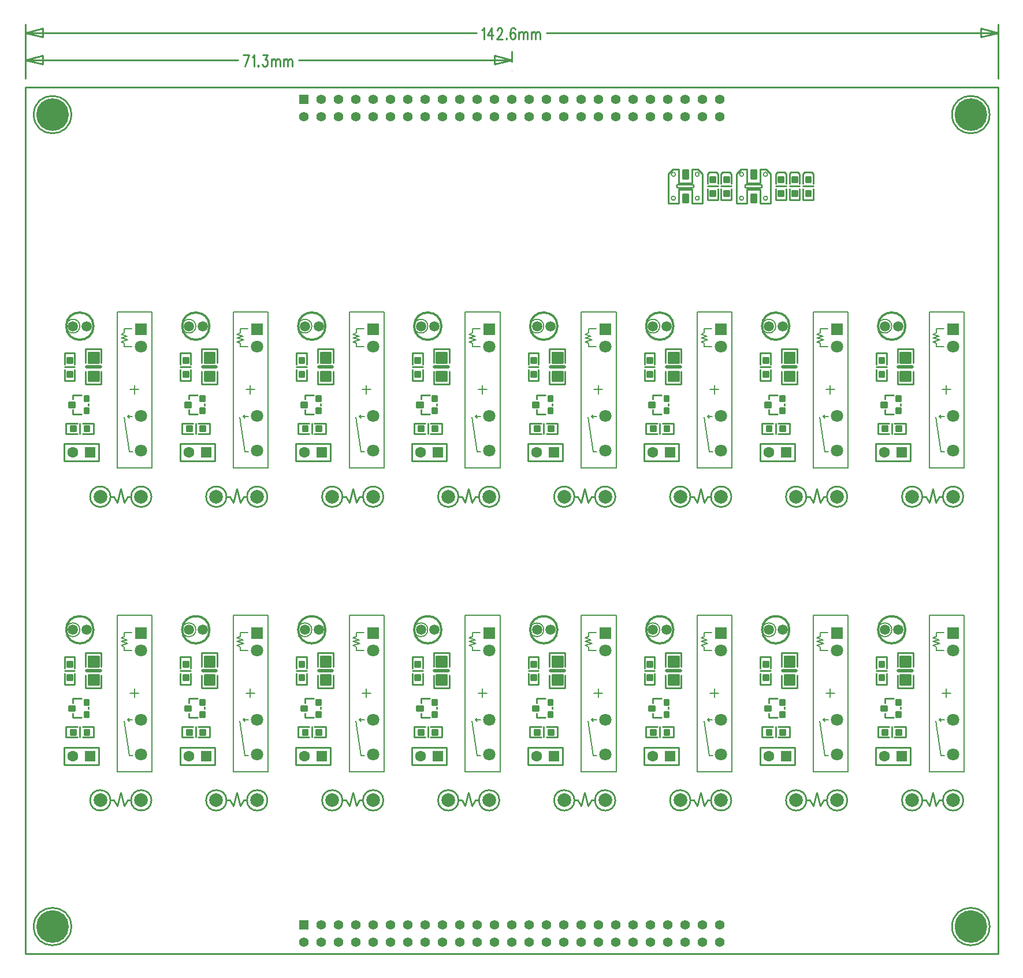
<source format=gbr>
*
*
G04 PADS Layout (Build Number 2005.266.2) generated Gerber (RS-274-X) file*
G04 PC Version=2.1*
*
%IN "cecs_module_relay_1031."*%
*
%MOMM*%
*
%FSLAX35Y35*%
*
*
*
*
G04 PC Standard Apertures*
*
*
G04 Thermal Relief Aperture macro.*
%AMTER*
1,1,$1,0,0*
1,0,$1-$2,0,0*
21,0,$3,$4,0,0,45*
21,0,$3,$4,0,0,135*
%
*
*
G04 Annular Aperture macro.*
%AMANN*
1,1,$1,0,0*
1,0,$2,0,0*
%
*
*
G04 Odd Aperture macro.*
%AMODD*
1,1,$1,0,0*
1,0,$1-0.005,0,0*
%
*
*
G04 PC Custom Aperture Macros*
*
*
*
*
*
*
G04 PC Aperture Table*
*
%ADD012C,0.1524*%
%ADD013C,0.0254*%
%ADD033C,1.5*%
%ADD034R,1.4224X1.4224*%
%ADD035C,1.4224*%
%ADD036C,2*%
%ADD058C,0.254*%
%ADD059C,0.3048*%
%ADD098R,1.6X1.6*%
%ADD103C,1.6*%
%ADD104R,1.8X1.8*%
%ADD105C,1.8*%
%ADD106C,4.5*%
%ADD109C,0.2*%
%ADD110C,0.508*%
*
*
*
*
G04 PC Custom Flashes*
G04 Layer Name cecs_module_relay_1031. - flashes*
%LPD*%
*
*
G04 PC Circuitry*
G04 Layer Name cecs_module_relay_1031. - circuitry*
%LPD*%
*
G54D12*
G01X27260000Y17660000D02*
X26750000D01*
Y15370000*
X27260000*
Y17660000*
X26936500Y16522000D02*
X27063500D01*
X27000000Y16585500D02*
Y16458500D01*
X26964500Y17149500D02*
X26854500D01*
Y17199500*
X26804500Y17219500*
X26904500Y17249500*
X26804500Y17279500*
X26894500Y17299500*
X26804500Y17329500*
X26854500Y17349500*
Y17409500*
X26964500*
X26898800Y16128000D02*
X26972000D01*
X26898800D02*
X26924200Y16153400D01*
X26898800Y16128000D02*
X26924200Y16102600D01*
X26975000Y15608000D02*
X26924200D01*
X26848000Y16116000*
X34060000Y22110000D02*
X33550000D01*
Y19820000*
X34060000*
Y22110000*
X33736500Y20972000D02*
X33863500D01*
X33800000Y21035500D02*
Y20908500D01*
X33764500Y21599500D02*
X33654500D01*
Y21649500*
X33604500Y21669500*
X33704500Y21699500*
X33604500Y21729500*
X33694500Y21749500*
X33604500Y21779500*
X33654500Y21799500*
Y21859500*
X33764500*
X33698800Y20578000D02*
X33772000D01*
X33698800D02*
X33724200Y20603400D01*
X33698800Y20578000D02*
X33724200Y20552600D01*
X33775000Y20058000D02*
X33724200D01*
X33648000Y20566000*
X35760000Y17660000D02*
X35250000D01*
Y15370000*
X35760000*
Y17660000*
X35436500Y16522000D02*
X35563500D01*
X35500000Y16585500D02*
Y16458500D01*
X35464500Y17149500D02*
X35354500D01*
Y17199500*
X35304500Y17219500*
X35404500Y17249500*
X35304500Y17279500*
X35394500Y17299500*
X35304500Y17329500*
X35354500Y17349500*
Y17409500*
X35464500*
X35398800Y16128000D02*
X35472000D01*
X35398800D02*
X35424200Y16153400D01*
X35398800Y16128000D02*
X35424200Y16102600D01*
X35475000Y15608000D02*
X35424200D01*
X35348000Y16116000*
X35760000Y22110000D02*
X35250000D01*
Y19820000*
X35760000*
Y22110000*
X35436500Y20972000D02*
X35563500D01*
X35500000Y21035500D02*
Y20908500D01*
X35464500Y21599500D02*
X35354500D01*
Y21649500*
X35304500Y21669500*
X35404500Y21699500*
X35304500Y21729500*
X35394500Y21749500*
X35304500Y21779500*
X35354500Y21799500*
Y21859500*
X35464500*
X35398800Y20578000D02*
X35472000D01*
X35398800D02*
X35424200Y20603400D01*
X35398800Y20578000D02*
X35424200Y20552600D01*
X35475000Y20058000D02*
X35424200D01*
X35348000Y20566000*
X37460000Y17660000D02*
X36950000D01*
Y15370000*
X37460000*
Y17660000*
X37136500Y16522000D02*
X37263500D01*
X37200000Y16585500D02*
Y16458500D01*
X37164500Y17149500D02*
X37054500D01*
Y17199500*
X37004500Y17219500*
X37104500Y17249500*
X37004500Y17279500*
X37094500Y17299500*
X37004500Y17329500*
X37054500Y17349500*
Y17409500*
X37164500*
X37098800Y16128000D02*
X37172000D01*
X37098800D02*
X37124200Y16153400D01*
X37098800Y16128000D02*
X37124200Y16102600D01*
X37175000Y15608000D02*
X37124200D01*
X37048000Y16116000*
X37460000Y22110000D02*
X36950000D01*
Y19820000*
X37460000*
Y22110000*
X37136500Y20972000D02*
X37263500D01*
X37200000Y21035500D02*
Y20908500D01*
X37164500Y21599500D02*
X37054500D01*
Y21649500*
X37004500Y21669500*
X37104500Y21699500*
X37004500Y21729500*
X37094500Y21749500*
X37004500Y21779500*
X37054500Y21799500*
Y21859500*
X37164500*
X37098800Y20578000D02*
X37172000D01*
X37098800D02*
X37124200Y20603400D01*
X37098800Y20578000D02*
X37124200Y20552600D01*
X37175000Y20058000D02*
X37124200D01*
X37048000Y20566000*
X39160000Y17660000D02*
X38650000D01*
Y15370000*
X39160000*
Y17660000*
X38836500Y16522000D02*
X38963500D01*
X38900000Y16585500D02*
Y16458500D01*
X38864500Y17149500D02*
X38754500D01*
Y17199500*
X38704500Y17219500*
X38804500Y17249500*
X38704500Y17279500*
X38794500Y17299500*
X38704500Y17329500*
X38754500Y17349500*
Y17409500*
X38864500*
X38798800Y16128000D02*
X38872000D01*
X38798800D02*
X38824200Y16153400D01*
X38798800Y16128000D02*
X38824200Y16102600D01*
X38875000Y15608000D02*
X38824200D01*
X38748000Y16116000*
X39160000Y22110000D02*
X38650000D01*
Y19820000*
X39160000*
Y22110000*
X38836500Y20972000D02*
X38963500D01*
X38900000Y21035500D02*
Y20908500D01*
X38864500Y21599500D02*
X38754500D01*
Y21649500*
X38704500Y21669500*
X38804500Y21699500*
X38704500Y21729500*
X38794500Y21749500*
X38704500Y21779500*
X38754500Y21799500*
Y21859500*
X38864500*
X38798800Y20578000D02*
X38872000D01*
X38798800D02*
X38824200Y20603400D01*
X38798800Y20578000D02*
X38824200Y20552600D01*
X38875000Y20058000D02*
X38824200D01*
X38748000Y20566000*
X27260000Y22110000D02*
X26750000D01*
Y19820000*
X27260000*
Y22110000*
X26936500Y20972000D02*
X27063500D01*
X27000000Y21035500D02*
Y20908500D01*
X26964500Y21599500D02*
X26854500D01*
Y21649500*
X26804500Y21669500*
X26904500Y21699500*
X26804500Y21729500*
X26894500Y21749500*
X26804500Y21779500*
X26854500Y21799500*
Y21859500*
X26964500*
X26898800Y20578000D02*
X26972000D01*
X26898800D02*
X26924200Y20603400D01*
X26898800Y20578000D02*
X26924200Y20552600D01*
X26975000Y20058000D02*
X26924200D01*
X26848000Y20566000*
X28960000Y17660000D02*
X28450000D01*
Y15370000*
X28960000*
Y17660000*
X28636500Y16522000D02*
X28763500D01*
X28700000Y16585500D02*
Y16458500D01*
X28664500Y17149500D02*
X28554500D01*
Y17199500*
X28504500Y17219500*
X28604500Y17249500*
X28504500Y17279500*
X28594500Y17299500*
X28504500Y17329500*
X28554500Y17349500*
Y17409500*
X28664500*
X28598800Y16128000D02*
X28672000D01*
X28598800D02*
X28624200Y16153400D01*
X28598800Y16128000D02*
X28624200Y16102600D01*
X28675000Y15608000D02*
X28624200D01*
X28548000Y16116000*
X28960000Y22110000D02*
X28450000D01*
Y19820000*
X28960000*
Y22110000*
X28636500Y20972000D02*
X28763500D01*
X28700000Y21035500D02*
Y20908500D01*
X28664500Y21599500D02*
X28554500D01*
Y21649500*
X28504500Y21669500*
X28604500Y21699500*
X28504500Y21729500*
X28594500Y21749500*
X28504500Y21779500*
X28554500Y21799500*
Y21859500*
X28664500*
X28598800Y20578000D02*
X28672000D01*
X28598800D02*
X28624200Y20603400D01*
X28598800Y20578000D02*
X28624200Y20552600D01*
X28675000Y20058000D02*
X28624200D01*
X28548000Y20566000*
X30660000Y17660000D02*
X30150000D01*
Y15370000*
X30660000*
Y17660000*
X30336500Y16522000D02*
X30463500D01*
X30400000Y16585500D02*
Y16458500D01*
X30364500Y17149500D02*
X30254500D01*
Y17199500*
X30204500Y17219500*
X30304500Y17249500*
X30204500Y17279500*
X30294500Y17299500*
X30204500Y17329500*
X30254500Y17349500*
Y17409500*
X30364500*
X30298800Y16128000D02*
X30372000D01*
X30298800D02*
X30324200Y16153400D01*
X30298800Y16128000D02*
X30324200Y16102600D01*
X30375000Y15608000D02*
X30324200D01*
X30248000Y16116000*
X30660000Y22110000D02*
X30150000D01*
Y19820000*
X30660000*
Y22110000*
X30336500Y20972000D02*
X30463500D01*
X30400000Y21035500D02*
Y20908500D01*
X30364500Y21599500D02*
X30254500D01*
Y21649500*
X30204500Y21669500*
X30304500Y21699500*
X30204500Y21729500*
X30294500Y21749500*
X30204500Y21779500*
X30254500Y21799500*
Y21859500*
X30364500*
X30298800Y20578000D02*
X30372000D01*
X30298800D02*
X30324200Y20603400D01*
X30298800Y20578000D02*
X30324200Y20552600D01*
X30375000Y20058000D02*
X30324200D01*
X30248000Y20566000*
X32360000Y17660000D02*
X31850000D01*
Y15370000*
X32360000*
Y17660000*
X32036500Y16522000D02*
X32163500D01*
X32100000Y16585500D02*
Y16458500D01*
X32064500Y17149500D02*
X31954500D01*
Y17199500*
X31904500Y17219500*
X32004500Y17249500*
X31904500Y17279500*
X31994500Y17299500*
X31904500Y17329500*
X31954500Y17349500*
Y17409500*
X32064500*
X31998800Y16128000D02*
X32072000D01*
X31998800D02*
X32024200Y16153400D01*
X31998800Y16128000D02*
X32024200Y16102600D01*
X32075000Y15608000D02*
X32024200D01*
X31948000Y16116000*
X32360000Y22110000D02*
X31850000D01*
Y19820000*
X32360000*
Y22110000*
X32036500Y20972000D02*
X32163500D01*
X32100000Y21035500D02*
Y20908500D01*
X32064500Y21599500D02*
X31954500D01*
Y21649500*
X31904500Y21669500*
X32004500Y21699500*
X31904500Y21729500*
X31994500Y21749500*
X31904500Y21779500*
X31954500Y21799500*
Y21859500*
X32064500*
X31998800Y20578000D02*
X32072000D01*
X31998800D02*
X32024200Y20603400D01*
X31998800Y20578000D02*
X32024200Y20552600D01*
X32075000Y20058000D02*
X32024200D01*
X31948000Y20566000*
X34060000Y17660000D02*
X33550000D01*
Y15370000*
X34060000*
Y17660000*
X33736500Y16522000D02*
X33863500D01*
X33800000Y16585500D02*
Y16458500D01*
X33764500Y17149500D02*
X33654500D01*
Y17199500*
X33604500Y17219500*
X33704500Y17249500*
X33604500Y17279500*
X33694500Y17299500*
X33604500Y17329500*
X33654500Y17349500*
Y17409500*
X33764500*
X33698800Y16128000D02*
X33772000D01*
X33698800D02*
X33724200Y16153400D01*
X33698800Y16128000D02*
X33724200Y16102600D01*
X33775000Y15608000D02*
X33724200D01*
X33648000Y16116000*
G54D13*
X25400000Y25400000D02*
X25400067D01*
X39660000D02*
X39660067D01*
X25400000D02*
X25400067D01*
X32530000Y25650000D02*
X32530067D01*
G54D33*
X26300000Y17450000D03*
X26100000D03*
X33100000Y21900000D03*
X32900000D03*
X34800000Y17450000D03*
X34600000D03*
X34800000Y21900000D03*
X34600000D03*
X36500000Y17450000D03*
X36300000D03*
X36500000Y21900000D03*
X36300000D03*
X38200000Y17450000D03*
X38000000D03*
X38200000Y21900000D03*
X38000000D03*
X26300000D03*
X26100000D03*
X28000000Y17450000D03*
X27800000D03*
X28000000Y21900000D03*
X27800000D03*
X29700000Y17450000D03*
X29500000D03*
X29700000Y21900000D03*
X29500000D03*
X31400000Y17450000D03*
X31200000D03*
X31400000Y21900000D03*
X31200000D03*
X33100000Y17450000D03*
X32900000D03*
G54D34*
X29482000Y13127000D03*
Y25227000D03*
G54D35*
Y12873000D03*
X29736000Y13127000D03*
Y12873000D03*
X29990000Y13127000D03*
Y12873000D03*
X30244000Y13127000D03*
Y12873000D03*
X30498000Y13127000D03*
Y12873000D03*
X30752000Y13127000D03*
Y12873000D03*
X31006000Y13127000D03*
Y12873000D03*
X31260000Y13127000D03*
Y12873000D03*
X31514000Y13127000D03*
Y12873000D03*
X31768000Y13127000D03*
Y12873000D03*
X32022000Y13127000D03*
Y12873000D03*
X32276000Y13127000D03*
Y12873000D03*
X32530000Y13127000D03*
Y12873000D03*
X32784000Y13127000D03*
Y12873000D03*
X33038000Y13127000D03*
Y12873000D03*
X33292000Y13127000D03*
Y12873000D03*
X33546000Y13127000D03*
Y12873000D03*
X33800000Y13127000D03*
Y12873000D03*
X34054000Y13127000D03*
Y12873000D03*
X34308000Y13127000D03*
Y12873000D03*
X34562000Y13127000D03*
Y12873000D03*
X34816000Y13127000D03*
Y12873000D03*
X35070000Y13127000D03*
Y12873000D03*
X35324000Y13127000D03*
Y12873000D03*
X35578000Y13127000D03*
Y12873000D03*
X29482000Y24973000D03*
X29736000Y25227000D03*
Y24973000D03*
X29990000Y25227000D03*
Y24973000D03*
X30244000Y25227000D03*
Y24973000D03*
X30498000Y25227000D03*
Y24973000D03*
X30752000Y25227000D03*
Y24973000D03*
X31006000Y25227000D03*
Y24973000D03*
X31260000Y25227000D03*
Y24973000D03*
X31514000Y25227000D03*
Y24973000D03*
X31768000Y25227000D03*
Y24973000D03*
X32022000Y25227000D03*
Y24973000D03*
X32276000Y25227000D03*
Y24973000D03*
X32530000Y25227000D03*
Y24973000D03*
X32784000Y25227000D03*
Y24973000D03*
X33038000Y25227000D03*
Y24973000D03*
X33292000Y25227000D03*
Y24973000D03*
X33546000Y25227000D03*
Y24973000D03*
X33800000Y25227000D03*
Y24973000D03*
X34054000Y25227000D03*
Y24973000D03*
X34308000Y25227000D03*
Y24973000D03*
X34562000Y25227000D03*
Y24973000D03*
X34816000Y25227000D03*
Y24973000D03*
X35070000Y25227000D03*
Y24973000D03*
X35324000Y25227000D03*
Y24973000D03*
X35578000Y25227000D03*
Y24973000D03*
G54D36*
X27100000Y14950000D03*
X26500000D03*
X33900000Y19400000D03*
X33300000D03*
X35600000Y14950000D03*
X35000000D03*
X35600000Y19400000D03*
X35000000D03*
X37300000Y14950000D03*
X36700000D03*
X37300000Y19400000D03*
X36700000D03*
X39000000Y14950000D03*
X38400000D03*
X39000000Y19400000D03*
X38400000D03*
X27100000D03*
X26500000D03*
X28800000Y14950000D03*
X28200000D03*
X28800000Y19400000D03*
X28200000D03*
X30500000Y14950000D03*
X29900000D03*
X30500000Y19400000D03*
X29900000D03*
X32200000Y14950000D03*
X31600000D03*
X32200000Y19400000D03*
X31600000D03*
X33900000Y14950000D03*
X33300000D03*
G54D58*
X35550000Y23950000D02*
X35400000D01*
X35550000Y23988100D02*
Y24128206D01*
X35525006Y24153200*
X35424994*
X35400000Y24128206*
Y23988100*
X35550000Y23911900D02*
Y23746800D01*
X35400000*
Y23911900*
X35750000Y23950000D02*
X35600000D01*
X35750000Y23988100D02*
Y24128206D01*
X35725006Y24153200*
X35624994*
X35600000Y24128206*
Y23988100*
X35750000Y23911900D02*
Y23746800D01*
X35600000*
Y23911900*
X36550000Y23950000D02*
X36400000D01*
X36550000Y23988100D02*
Y24128206D01*
X36525006Y24153200*
X36424994*
X36400000Y24128206*
Y23988100*
X36550000Y23911900D02*
Y23746800D01*
X36400000*
Y23911900*
X36750000Y23950000D02*
X36600000D01*
X36750000Y23988100D02*
Y24128206D01*
X36725006Y24153200*
X36624994*
X36600000Y24128206*
Y23988100*
X36750000Y23911900D02*
Y23746800D01*
X36600000*
Y23911900*
X36950000Y23950000D02*
X36800000D01*
X36950000Y23988100D02*
Y24128206D01*
X36925006Y24153200*
X36824994*
X36800000Y24128206*
Y23988100*
X36950000Y23911900D02*
Y23746800D01*
X36800000*
Y23911900*
X35825000Y23700000D02*
X35975000D01*
Y23900000*
X36175000*
Y23700000*
X36325000*
Y24130000*
X36255000Y24200000*
X36175000*
Y24000000*
X35975000*
Y24200000*
X35895000*
X35825000Y24130000*
Y23700000*
X35975000Y23975000D02*
G75*
G03Y23925000I0J-25000D01*
G01Y23975000D02*
X36175000D01*
Y23925000D02*
G03Y23975000I0J25000D01*
G01Y23925000D02*
X35975000D01*
X34825000Y23700000D02*
X34975000D01*
Y23900000*
X35175000*
Y23700000*
X35325000*
Y24130000*
X35255000Y24200000*
X35175000*
Y24000000*
X34975000*
Y24200000*
X34895000*
X34825000Y24130000*
Y23700000*
X34975000Y23975000D02*
G03Y23925000I0J-25000D01*
G01Y23975000D02*
X35175000D01*
Y23925000D02*
G03Y23975000I0J25000D01*
G01Y23925000D02*
X34975000D01*
X31577000Y19923000D02*
X31069000D01*
Y20177000*
X31577000*
Y19923000*
X33277000Y15473000D02*
X32769000D01*
Y15727000*
X33277000*
Y15473000*
Y19923000D02*
X32769000D01*
Y20177000*
X33277000*
Y19923000*
X34977000Y15473000D02*
X34469000D01*
Y15727000*
X34977000*
Y15473000*
Y19923000D02*
X34469000D01*
Y20177000*
X34977000*
Y19923000*
X36677000Y15473000D02*
X36169000D01*
Y15727000*
X36677000*
Y15473000*
Y19923000D02*
X36169000D01*
Y20177000*
X36677000*
Y19923000*
X38377000Y15473000D02*
X37869000D01*
Y15727000*
X38377000*
Y15473000*
Y19923000D02*
X37869000D01*
Y20177000*
X38377000*
Y19923000*
X26477000Y15473000D02*
X25969000D01*
Y15727000*
X26477000*
Y15473000*
Y19923000D02*
X25969000D01*
Y20177000*
X26477000*
Y19923000*
X28177000Y15473000D02*
X27669000D01*
Y15727000*
X28177000*
Y15473000*
Y19923000D02*
X27669000D01*
Y20177000*
X28177000*
Y19923000*
X29877000Y15473000D02*
X29369000D01*
Y15727000*
X29877000*
Y15473000*
Y19923000D02*
X29369000D01*
Y20177000*
X29877000*
Y19923000*
X31577000Y15473000D02*
X31069000D01*
Y15727000*
X31577000*
Y15473000*
X26098400Y16223800D02*
Y16160300D01*
X26225400*
X26098400Y16376200D02*
Y16439700D01*
X26225400*
X26327000Y16287300D02*
Y16312700D01*
X32898400Y20673800D02*
Y20610300D01*
X33025400*
X32898400Y20826200D02*
Y20889700D01*
X33025400*
X33127000Y20737300D02*
Y20762700D01*
X34598400Y16223800D02*
Y16160300D01*
X34725400*
X34598400Y16376200D02*
Y16439700D01*
X34725400*
X34827000Y16287300D02*
Y16312700D01*
X34598400Y20673800D02*
Y20610300D01*
X34725400*
X34598400Y20826200D02*
Y20889700D01*
X34725400*
X34827000Y20737300D02*
Y20762700D01*
X36298400Y16223800D02*
Y16160300D01*
X36425400*
X36298400Y16376200D02*
Y16439700D01*
X36425400*
X36527000Y16287300D02*
Y16312700D01*
X36298400Y20673800D02*
Y20610300D01*
X36425400*
X36298400Y20826200D02*
Y20889700D01*
X36425400*
X36527000Y20737300D02*
Y20762700D01*
X37998400Y16223800D02*
Y16160300D01*
X38125400*
X37998400Y16376200D02*
Y16439700D01*
X38125400*
X38227000Y16287300D02*
Y16312700D01*
X37998400Y20673800D02*
Y20610300D01*
X38125400*
X37998400Y20826200D02*
Y20889700D01*
X38125400*
X38227000Y20737300D02*
Y20762700D01*
X26098400Y20673800D02*
Y20610300D01*
X26225400*
X26098400Y20826200D02*
Y20889700D01*
X26225400*
X26327000Y20737300D02*
Y20762700D01*
X27798400Y16223800D02*
Y16160300D01*
X27925400*
X27798400Y16376200D02*
Y16439700D01*
X27925400*
X28027000Y16287300D02*
Y16312700D01*
X27798400Y20673800D02*
Y20610300D01*
X27925400*
X27798400Y20826200D02*
Y20889700D01*
X27925400*
X28027000Y20737300D02*
Y20762700D01*
X29498400Y16223800D02*
Y16160300D01*
X29625400*
X29498400Y16376200D02*
Y16439700D01*
X29625400*
X29727000Y16287300D02*
Y16312700D01*
X29498400Y20673800D02*
Y20610300D01*
X29625400*
X29498400Y20826200D02*
Y20889700D01*
X29625400*
X29727000Y20737300D02*
Y20762700D01*
X31198400Y16223800D02*
Y16160300D01*
X31325400*
X31198400Y16376200D02*
Y16439700D01*
X31325400*
X31427000Y16287300D02*
Y16312700D01*
X31198400Y20673800D02*
Y20610300D01*
X31325400*
X31198400Y20826200D02*
Y20889700D01*
X31325400*
X31427000Y20737300D02*
Y20762700D01*
X32898400Y16223800D02*
Y16160300D01*
X33025400*
X32898400Y16376200D02*
Y16439700D01*
X33025400*
X33127000Y16287300D02*
Y16312700D01*
X26285700Y16786500D02*
Y16600000D01*
X26514300*
Y16786500*
X26285700Y16913500D02*
Y17112500D01*
X26514300*
Y16913500*
X27825000Y21300000D02*
X27675000D01*
X27825000Y21338100D02*
Y21503200D01*
X27675000*
Y21338100*
X27825000Y21261900D02*
Y21096800D01*
X27675000*
Y21261900*
X27900000Y15875000D02*
Y16025000D01*
X27938100Y15875000D02*
X28103200D01*
Y16025000*
X27938100*
X27861900Y15875000D02*
X27696800D01*
Y16025000*
X27861900*
X27900000Y20325000D02*
Y20475000D01*
X27938100Y20325000D02*
X28103200D01*
Y20475000*
X27938100*
X27861900Y20325000D02*
X27696800D01*
Y20475000*
X27861900*
X29685700Y16786500D02*
Y16600000D01*
X29914300*
Y16786500*
X29685700Y16913500D02*
Y17112500D01*
X29914300*
Y16913500*
X29685700Y21236500D02*
Y21050000D01*
X29914300*
Y21236500*
X29685700Y21363500D02*
Y21562500D01*
X29914300*
Y21363500*
X29525000Y16850000D02*
X29375000D01*
X29525000Y16888100D02*
Y17053200D01*
X29375000*
Y16888100*
X29525000Y16811900D02*
Y16646800D01*
X29375000*
Y16811900*
X29525000Y21300000D02*
X29375000D01*
X29525000Y21338100D02*
Y21503200D01*
X29375000*
Y21338100*
X29525000Y21261900D02*
Y21096800D01*
X29375000*
Y21261900*
X29600000Y15875000D02*
Y16025000D01*
X29638100Y15875000D02*
X29803200D01*
Y16025000*
X29638100*
X29561900Y15875000D02*
X29396800D01*
Y16025000*
X29561900*
X29600000Y20325000D02*
Y20475000D01*
X29638100Y20325000D02*
X29803200D01*
Y20475000*
X29638100*
X29561900Y20325000D02*
X29396800D01*
Y20475000*
X29561900*
X31385700Y16786500D02*
Y16600000D01*
X31614300*
Y16786500*
X31385700Y16913500D02*
Y17112500D01*
X31614300*
Y16913500*
X26285700Y21236500D02*
Y21050000D01*
X26514300*
Y21236500*
X26285700Y21363500D02*
Y21562500D01*
X26514300*
Y21363500*
X31385700Y21236500D02*
Y21050000D01*
X31614300*
Y21236500*
X31385700Y21363500D02*
Y21562500D01*
X31614300*
Y21363500*
X31225000Y16850000D02*
X31075000D01*
X31225000Y16888100D02*
Y17053200D01*
X31075000*
Y16888100*
X31225000Y16811900D02*
Y16646800D01*
X31075000*
Y16811900*
X31225000Y21300000D02*
X31075000D01*
X31225000Y21338100D02*
Y21503200D01*
X31075000*
Y21338100*
X31225000Y21261900D02*
Y21096800D01*
X31075000*
Y21261900*
X31300000Y15875000D02*
Y16025000D01*
X31338100Y15875000D02*
X31503200D01*
Y16025000*
X31338100*
X31261900Y15875000D02*
X31096800D01*
Y16025000*
X31261900*
X31300000Y20325000D02*
Y20475000D01*
X31338100Y20325000D02*
X31503200D01*
Y20475000*
X31338100*
X31261900Y20325000D02*
X31096800D01*
Y20475000*
X31261900*
X33085700Y16786500D02*
Y16600000D01*
X33314300*
Y16786500*
X33085700Y16913500D02*
Y17112500D01*
X33314300*
Y16913500*
X33085700Y21236500D02*
Y21050000D01*
X33314300*
Y21236500*
X33085700Y21363500D02*
Y21562500D01*
X33314300*
Y21363500*
X32925000Y16850000D02*
X32775000D01*
X32925000Y16888100D02*
Y17053200D01*
X32775000*
Y16888100*
X32925000Y16811900D02*
Y16646800D01*
X32775000*
Y16811900*
X32925000Y21300000D02*
X32775000D01*
X32925000Y21338100D02*
Y21503200D01*
X32775000*
Y21338100*
X32925000Y21261900D02*
Y21096800D01*
X32775000*
Y21261900*
X33000000Y15875000D02*
Y16025000D01*
X33038100Y15875000D02*
X33203200D01*
Y16025000*
X33038100*
X32961900Y15875000D02*
X32796800D01*
Y16025000*
X32961900*
X26125000Y16850000D02*
X25975000D01*
X26125000Y16888100D02*
Y17053200D01*
X25975000*
Y16888100*
X26125000Y16811900D02*
Y16646800D01*
X25975000*
Y16811900*
X33000000Y20325000D02*
Y20475000D01*
X33038100Y20325000D02*
X33203200D01*
Y20475000*
X33038100*
X32961900Y20325000D02*
X32796800D01*
Y20475000*
X32961900*
X34785700Y16786500D02*
Y16600000D01*
X35014300*
Y16786500*
X34785700Y16913500D02*
Y17112500D01*
X35014300*
Y16913500*
X34625000Y16850000D02*
X34475000D01*
X34625000Y16888100D02*
Y17053200D01*
X34475000*
Y16888100*
X34625000Y16811900D02*
Y16646800D01*
X34475000*
Y16811900*
X34785700Y21236500D02*
Y21050000D01*
X35014300*
Y21236500*
X34785700Y21363500D02*
Y21562500D01*
X35014300*
Y21363500*
X34625000Y21300000D02*
X34475000D01*
X34625000Y21338100D02*
Y21503200D01*
X34475000*
Y21338100*
X34625000Y21261900D02*
Y21096800D01*
X34475000*
Y21261900*
X34700000Y15875000D02*
Y16025000D01*
X34738100Y15875000D02*
X34903200D01*
Y16025000*
X34738100*
X34661900Y15875000D02*
X34496800D01*
Y16025000*
X34661900*
X34700000Y20325000D02*
Y20475000D01*
X34738100Y20325000D02*
X34903200D01*
Y20475000*
X34738100*
X34661900Y20325000D02*
X34496800D01*
Y20475000*
X34661900*
X36485700Y16786500D02*
Y16600000D01*
X36714300*
Y16786500*
X36485700Y16913500D02*
Y17112500D01*
X36714300*
Y16913500*
X36485700Y21236500D02*
Y21050000D01*
X36714300*
Y21236500*
X36485700Y21363500D02*
Y21562500D01*
X36714300*
Y21363500*
X36325000Y16850000D02*
X36175000D01*
X36325000Y16888100D02*
Y17053200D01*
X36175000*
Y16888100*
X36325000Y16811900D02*
Y16646800D01*
X36175000*
Y16811900*
X26125000Y21300000D02*
X25975000D01*
X26125000Y21338100D02*
Y21503200D01*
X25975000*
Y21338100*
X26125000Y21261900D02*
Y21096800D01*
X25975000*
Y21261900*
X36325000Y21300000D02*
X36175000D01*
X36325000Y21338100D02*
Y21503200D01*
X36175000*
Y21338100*
X36325000Y21261900D02*
Y21096800D01*
X36175000*
Y21261900*
X36400000Y15875000D02*
Y16025000D01*
X36438100Y15875000D02*
X36603200D01*
Y16025000*
X36438100*
X36361900Y15875000D02*
X36196800D01*
Y16025000*
X36361900*
X36400000Y20325000D02*
Y20475000D01*
X36438100Y20325000D02*
X36603200D01*
Y20475000*
X36438100*
X36361900Y20325000D02*
X36196800D01*
Y20475000*
X36361900*
X38185700Y16786500D02*
Y16600000D01*
X38414300*
Y16786500*
X38185700Y16913500D02*
Y17112500D01*
X38414300*
Y16913500*
X38025000Y16850000D02*
X37875000D01*
X38025000Y16888100D02*
Y17053200D01*
X37875000*
Y16888100*
X38025000Y16811900D02*
Y16646800D01*
X37875000*
Y16811900*
X38185700Y21236500D02*
Y21050000D01*
X38414300*
Y21236500*
X38185700Y21363500D02*
Y21562500D01*
X38414300*
Y21363500*
X38025000Y21300000D02*
X37875000D01*
X38025000Y21338100D02*
Y21503200D01*
X37875000*
Y21338100*
X38025000Y21261900D02*
Y21096800D01*
X37875000*
Y21261900*
X38100000Y15875000D02*
Y16025000D01*
X38138100Y15875000D02*
X38303200D01*
Y16025000*
X38138100*
X38061900Y15875000D02*
X37896800D01*
Y16025000*
X38061900*
X38100000Y20325000D02*
Y20475000D01*
X38138100Y20325000D02*
X38303200D01*
Y20475000*
X38138100*
X38061900Y20325000D02*
X37896800D01*
Y20475000*
X38061900*
X26200000Y15875000D02*
Y16025000D01*
X26238100Y15875000D02*
X26403200D01*
Y16025000*
X26238100*
X26161900Y15875000D02*
X25996800D01*
Y16025000*
X26161900*
X26200000Y20325000D02*
Y20475000D01*
X26238100Y20325000D02*
X26403200D01*
Y20475000*
X26238100*
X26161900Y20325000D02*
X25996800D01*
Y20475000*
X26161900*
X27985700Y16786500D02*
Y16600000D01*
X28214300*
Y16786500*
X27985700Y16913500D02*
Y17112500D01*
X28214300*
Y16913500*
X27825000Y16850000D02*
X27675000D01*
X27825000Y16888100D02*
Y17053200D01*
X27675000*
Y16888100*
X27825000Y16811900D02*
Y16646800D01*
X27675000*
Y16811900*
X27985700Y21236500D02*
Y21050000D01*
X28214300*
Y21236500*
X27985700Y21363500D02*
Y21562500D01*
X28214300*
Y21363500*
X26650000Y14950000D02*
G03X26650000I-150000J0D01*
G01X27250000D02*
G03X27250000I-150000J0D01*
G01X26950000D02*
X26900000D01*
X26850000Y14865000*
X26800000Y15065000*
X26750000Y14865000*
X26700000Y14950000*
X26650000*
X33450000Y19400000D02*
G03X33450000I-150000J0D01*
G01X34050000D02*
G03X34050000I-150000J0D01*
G01X33750000D02*
X33700000D01*
X33650000Y19315000*
X33600000Y19515000*
X33550000Y19315000*
X33500000Y19400000*
X33450000*
X35150000Y14950000D02*
G03X35150000I-150000J0D01*
G01X35750000D02*
G03X35750000I-150000J0D01*
G01X35450000D02*
X35400000D01*
X35350000Y14865000*
X35300000Y15065000*
X35250000Y14865000*
X35200000Y14950000*
X35150000*
Y19400000D02*
G03X35150000I-150000J0D01*
G01X35750000D02*
G03X35750000I-150000J0D01*
G01X35450000D02*
X35400000D01*
X35350000Y19315000*
X35300000Y19515000*
X35250000Y19315000*
X35200000Y19400000*
X35150000*
X36850000Y14950000D02*
G03X36850000I-150000J0D01*
G01X37450000D02*
G03X37450000I-150000J0D01*
G01X37150000D02*
X37100000D01*
X37050000Y14865000*
X37000000Y15065000*
X36950000Y14865000*
X36900000Y14950000*
X36850000*
Y19400000D02*
G03X36850000I-150000J0D01*
G01X37450000D02*
G03X37450000I-150000J0D01*
G01X37150000D02*
X37100000D01*
X37050000Y19315000*
X37000000Y19515000*
X36950000Y19315000*
X36900000Y19400000*
X36850000*
X38550000Y14950000D02*
G03X38550000I-150000J0D01*
G01X39150000D02*
G03X39150000I-150000J0D01*
G01X38850000D02*
X38800000D01*
X38750000Y14865000*
X38700000Y15065000*
X38650000Y14865000*
X38600000Y14950000*
X38550000*
Y19400000D02*
G03X38550000I-150000J0D01*
G01X39150000D02*
G03X39150000I-150000J0D01*
G01X38850000D02*
X38800000D01*
X38750000Y19315000*
X38700000Y19515000*
X38650000Y19315000*
X38600000Y19400000*
X38550000*
X26650000D02*
G03X26650000I-150000J0D01*
G01X27250000D02*
G03X27250000I-150000J0D01*
G01X26950000D02*
X26900000D01*
X26850000Y19315000*
X26800000Y19515000*
X26750000Y19315000*
X26700000Y19400000*
X26650000*
X28350000Y14950000D02*
G03X28350000I-150000J0D01*
G01X28950000D02*
G03X28950000I-150000J0D01*
G01X28650000D02*
X28600000D01*
X28550000Y14865000*
X28500000Y15065000*
X28450000Y14865000*
X28400000Y14950000*
X28350000*
Y19400000D02*
G03X28350000I-150000J0D01*
G01X28950000D02*
G03X28950000I-150000J0D01*
G01X28650000D02*
X28600000D01*
X28550000Y19315000*
X28500000Y19515000*
X28450000Y19315000*
X28400000Y19400000*
X28350000*
X30050000Y14950000D02*
G03X30050000I-150000J0D01*
G01X30650000D02*
G03X30650000I-150000J0D01*
G01X30350000D02*
X30300000D01*
X30250000Y14865000*
X30200000Y15065000*
X30150000Y14865000*
X30100000Y14950000*
X30050000*
Y19400000D02*
G03X30050000I-150000J0D01*
G01X30650000D02*
G03X30650000I-150000J0D01*
G01X30350000D02*
X30300000D01*
X30250000Y19315000*
X30200000Y19515000*
X30150000Y19315000*
X30100000Y19400000*
X30050000*
X31750000Y14950000D02*
G03X31750000I-150000J0D01*
G01X32350000D02*
G03X32350000I-150000J0D01*
G01X32050000D02*
X32000000D01*
X31950000Y14865000*
X31900000Y15065000*
X31850000Y14865000*
X31800000Y14950000*
X31750000*
Y19400000D02*
G03X31750000I-150000J0D01*
G01X32350000D02*
G03X32350000I-150000J0D01*
G01X32050000D02*
X32000000D01*
X31950000Y19315000*
X31900000Y19515000*
X31850000Y19315000*
X31800000Y19400000*
X31750000*
X33450000Y14950000D02*
G03X33450000I-150000J0D01*
G01X34050000D02*
G03X34050000I-150000J0D01*
G01X33750000D02*
X33700000D01*
X33650000Y14865000*
X33600000Y15065000*
X33550000Y14865000*
X33500000Y14950000*
X33450000*
X26075000Y25000000D02*
G03X26075000I-275000J0D01*
G01X26026385D02*
G03X26026385I-226385J0D01*
G01X39535000D02*
G03X39535000I-275000J0D01*
G01X39486385D02*
G03X39486385I-226385J0D01*
G01X39535000Y13100000D02*
G03X39535000I-275000J0D01*
G01X39486385D02*
G03X39486385I-226385J0D01*
G01X26075000D02*
G03X26075000I-275000J0D01*
G01X26026385D02*
G03X26026385I-226385J0D01*
G01X35512300Y24087300D02*
Y24012700D01*
X35437700*
Y24087300*
X35512300*
X35437700Y24012700D02*
X35512300D01*
X35437700Y24038100D02*
X35512300D01*
X35437700Y24063500D02*
X35512300D01*
X35458400Y24012700D02*
Y24087300D01*
X35483800Y24012700D02*
Y24087300D01*
X35509200Y24012700D02*
Y24087300D01*
X35512300Y23812700D02*
Y23887300D01*
X35437700*
Y23812700*
X35512300*
X35437700D02*
X35512300D01*
X35437700Y23838100D02*
X35512300D01*
X35437700Y23863500D02*
X35512300D01*
X35458400Y23812700D02*
Y23887300D01*
X35483800Y23812700D02*
Y23887300D01*
X35509200Y23812700D02*
Y23887300D01*
X35712300Y24087300D02*
Y24012700D01*
X35637700*
Y24087300*
X35712300*
X35637700Y24012700D02*
X35712300D01*
X35637700Y24038100D02*
X35712300D01*
X35637700Y24063500D02*
X35712300D01*
X35661600Y24012700D02*
Y24087300D01*
X35687000Y24012700D02*
Y24087300D01*
X35712300Y23812700D02*
Y23887300D01*
X35637700*
Y23812700*
X35712300*
X35637700D02*
X35712300D01*
X35637700Y23838100D02*
X35712300D01*
X35637700Y23863500D02*
X35712300D01*
X35661600Y23812700D02*
Y23887300D01*
X35687000Y23812700D02*
Y23887300D01*
X36512300Y24087300D02*
Y24012700D01*
X36437700*
Y24087300*
X36512300*
X36437700Y24012700D02*
X36512300D01*
X36437700Y24038100D02*
X36512300D01*
X36437700Y24063500D02*
X36512300D01*
X36449000Y24012700D02*
Y24087300D01*
X36474400Y24012700D02*
Y24087300D01*
X36499800Y24012700D02*
Y24087300D01*
X36512300Y23812700D02*
Y23887300D01*
X36437700*
Y23812700*
X36512300*
X36437700D02*
X36512300D01*
X36437700Y23838100D02*
X36512300D01*
X36437700Y23863500D02*
X36512300D01*
X36449000Y23812700D02*
Y23887300D01*
X36474400Y23812700D02*
Y23887300D01*
X36499800Y23812700D02*
Y23887300D01*
X36712300Y24087300D02*
Y24012700D01*
X36637700*
Y24087300*
X36712300*
X36637700Y24012700D02*
X36712300D01*
X36637700Y24038100D02*
X36712300D01*
X36637700Y24063500D02*
X36712300D01*
X36652200Y24012700D02*
Y24087300D01*
X36677600Y24012700D02*
Y24087300D01*
X36703000Y24012700D02*
Y24087300D01*
X36712300Y23812700D02*
Y23887300D01*
X36637700*
Y23812700*
X36712300*
X36637700D02*
X36712300D01*
X36637700Y23838100D02*
X36712300D01*
X36637700Y23863500D02*
X36712300D01*
X36652200Y23812700D02*
Y23887300D01*
X36677600Y23812700D02*
Y23887300D01*
X36703000Y23812700D02*
Y23887300D01*
X36912300Y24087300D02*
Y24012700D01*
X36837700*
Y24087300*
X36912300*
X36837700Y24012700D02*
X36912300D01*
X36837700Y24038100D02*
X36912300D01*
X36837700Y24063500D02*
X36912300D01*
X36855400Y24012700D02*
Y24087300D01*
X36880800Y24012700D02*
Y24087300D01*
X36906200Y24012700D02*
Y24087300D01*
X36912300Y23812700D02*
Y23887300D01*
X36837700*
Y23812700*
X36912300*
X36837700D02*
X36912300D01*
X36837700Y23838100D02*
X36912300D01*
X36837700Y23863500D02*
X36912300D01*
X36855400Y23812700D02*
Y23887300D01*
X36880800Y23812700D02*
Y23887300D01*
X36906200Y23812700D02*
Y23887300D01*
X36037700Y23712700D02*
Y23837300D01*
X36112300*
Y23712700*
X36037700*
X36112300*
X36037700Y23738100D02*
X36112300D01*
X36037700Y23763500D02*
X36112300D01*
X36037700Y23788900D02*
X36112300D01*
X36037700Y23814300D02*
X36112300D01*
X36042600Y23712700D02*
Y23837300D01*
X36068000Y23712700D02*
Y23837300D01*
X36093400Y23712700D02*
Y23837300D01*
X36037700Y24187300D02*
Y24062700D01*
X36112300*
Y24187300*
X36037700*
Y24062700D02*
X36112300D01*
X36037700Y24088100D02*
X36112300D01*
X36037700Y24113500D02*
X36112300D01*
X36037700Y24138900D02*
X36112300D01*
X36037700Y24164300D02*
X36112300D01*
X36042600Y24062700D02*
Y24187300D01*
X36068000Y24062700D02*
Y24187300D01*
X36093400Y24062700D02*
Y24187300D01*
X35037700Y23712700D02*
Y23837300D01*
X35112300*
Y23712700*
X35037700*
X35112300*
X35037700Y23738100D02*
X35112300D01*
X35037700Y23763500D02*
X35112300D01*
X35037700Y23788900D02*
X35112300D01*
X35037700Y23814300D02*
X35112300D01*
X35052000Y23712700D02*
Y23837300D01*
X35077400Y23712700D02*
Y23837300D01*
X35102800Y23712700D02*
Y23837300D01*
X35037700Y24187300D02*
Y24062700D01*
X35112300*
Y24187300*
X35037700*
Y24062700D02*
X35112300D01*
X35037700Y24088100D02*
X35112300D01*
X35037700Y24113500D02*
X35112300D01*
X35037700Y24138900D02*
X35112300D01*
X35037700Y24164300D02*
X35112300D01*
X35052000Y24062700D02*
Y24187300D01*
X35077400Y24062700D02*
Y24187300D01*
X35102800Y24062700D02*
Y24187300D01*
X26037700Y16262700D02*
Y16337300D01*
X26124800*
Y16262700*
X26037700*
X26124800*
X26037700Y16288100D02*
X26124800D01*
X26037700Y16313500D02*
X26124800D01*
X26060400Y16262700D02*
Y16337300D01*
X26085800Y16262700D02*
Y16337300D01*
X26111200Y16262700D02*
Y16337300D01*
X26263500Y16173000D02*
Y16249200D01*
X26327000*
Y16173000*
X26263500*
X26327000*
X26263500Y16198400D02*
X26327000D01*
X26263500Y16223800D02*
X26327000D01*
X26263500Y16249200D02*
X26327000D01*
X26263600Y16173000D02*
Y16249200D01*
X26289000Y16173000D02*
Y16249200D01*
X26314400Y16173000D02*
Y16249200D01*
X26263500Y16350800D02*
Y16427000D01*
X26327000*
Y16350800*
X26263500*
X26327000*
X26263500Y16376200D02*
X26327000D01*
X26263500Y16401600D02*
X26327000D01*
X26263500Y16427000D02*
X26327000D01*
X26263600Y16350800D02*
Y16427000D01*
X26289000Y16350800D02*
Y16427000D01*
X26314400Y16350800D02*
Y16427000D01*
X32837700Y20712700D02*
Y20787300D01*
X32924800*
Y20712700*
X32837700*
X32924800*
X32837700Y20738100D02*
X32924800D01*
X32837700Y20763500D02*
X32924800D01*
X32842200Y20712700D02*
Y20787300D01*
X32867600Y20712700D02*
Y20787300D01*
X32893000Y20712700D02*
Y20787300D01*
X32918400Y20712700D02*
Y20787300D01*
X33063500Y20623000D02*
Y20699200D01*
X33127000*
Y20623000*
X33063500*
X33127000*
X33063500Y20648400D02*
X33127000D01*
X33063500Y20673800D02*
X33127000D01*
X33063500Y20699200D02*
X33127000D01*
X33070800Y20623000D02*
Y20699200D01*
X33096200Y20623000D02*
Y20699200D01*
X33121600Y20623000D02*
Y20699200D01*
X33063500Y20800800D02*
Y20877000D01*
X33127000*
Y20800800*
X33063500*
X33127000*
X33063500Y20826200D02*
X33127000D01*
X33063500Y20851600D02*
X33127000D01*
X33063500Y20877000D02*
X33127000D01*
X33070800Y20800800D02*
Y20877000D01*
X33096200Y20800800D02*
Y20877000D01*
X33121600Y20800800D02*
Y20877000D01*
X34537700Y16262700D02*
Y16337300D01*
X34624800*
Y16262700*
X34537700*
X34624800*
X34537700Y16288100D02*
X34624800D01*
X34537700Y16313500D02*
X34624800D01*
X34544000Y16262700D02*
Y16337300D01*
X34569400Y16262700D02*
Y16337300D01*
X34594800Y16262700D02*
Y16337300D01*
X34620200Y16262700D02*
Y16337300D01*
X34763500Y16173000D02*
Y16249200D01*
X34827000*
Y16173000*
X34763500*
X34827000*
X34763500Y16198400D02*
X34827000D01*
X34763500Y16223800D02*
X34827000D01*
X34763500Y16249200D02*
X34827000D01*
X34772600Y16173000D02*
Y16249200D01*
X34798000Y16173000D02*
Y16249200D01*
X34823400Y16173000D02*
Y16249200D01*
X34763500Y16350800D02*
Y16427000D01*
X34827000*
Y16350800*
X34763500*
X34827000*
X34763500Y16376200D02*
X34827000D01*
X34763500Y16401600D02*
X34827000D01*
X34763500Y16427000D02*
X34827000D01*
X34772600Y16350800D02*
Y16427000D01*
X34798000Y16350800D02*
Y16427000D01*
X34823400Y16350800D02*
Y16427000D01*
X34537700Y20712700D02*
Y20787300D01*
X34624800*
Y20712700*
X34537700*
X34624800*
X34537700Y20738100D02*
X34624800D01*
X34537700Y20763500D02*
X34624800D01*
X34544000Y20712700D02*
Y20787300D01*
X34569400Y20712700D02*
Y20787300D01*
X34594800Y20712700D02*
Y20787300D01*
X34620200Y20712700D02*
Y20787300D01*
X34763500Y20623000D02*
Y20699200D01*
X34827000*
Y20623000*
X34763500*
X34827000*
X34763500Y20648400D02*
X34827000D01*
X34763500Y20673800D02*
X34827000D01*
X34763500Y20699200D02*
X34827000D01*
X34772600Y20623000D02*
Y20699200D01*
X34798000Y20623000D02*
Y20699200D01*
X34823400Y20623000D02*
Y20699200D01*
X34763500Y20800800D02*
Y20877000D01*
X34827000*
Y20800800*
X34763500*
X34827000*
X34763500Y20826200D02*
X34827000D01*
X34763500Y20851600D02*
X34827000D01*
X34763500Y20877000D02*
X34827000D01*
X34772600Y20800800D02*
Y20877000D01*
X34798000Y20800800D02*
Y20877000D01*
X34823400Y20800800D02*
Y20877000D01*
X36237700Y16262700D02*
Y16337300D01*
X36324800*
Y16262700*
X36237700*
X36324800*
X36237700Y16288100D02*
X36324800D01*
X36237700Y16313500D02*
X36324800D01*
X36245800Y16262700D02*
Y16337300D01*
X36271200Y16262700D02*
Y16337300D01*
X36296600Y16262700D02*
Y16337300D01*
X36322000Y16262700D02*
Y16337300D01*
X36463500Y16173000D02*
Y16249200D01*
X36527000*
Y16173000*
X36463500*
X36527000*
X36463500Y16198400D02*
X36527000D01*
X36463500Y16223800D02*
X36527000D01*
X36463500Y16249200D02*
X36527000D01*
X36474400Y16173000D02*
Y16249200D01*
X36499800Y16173000D02*
Y16249200D01*
X36525200Y16173000D02*
Y16249200D01*
X36463500Y16350800D02*
Y16427000D01*
X36527000*
Y16350800*
X36463500*
X36527000*
X36463500Y16376200D02*
X36527000D01*
X36463500Y16401600D02*
X36527000D01*
X36463500Y16427000D02*
X36527000D01*
X36474400Y16350800D02*
Y16427000D01*
X36499800Y16350800D02*
Y16427000D01*
X36525200Y16350800D02*
Y16427000D01*
X36237700Y20712700D02*
Y20787300D01*
X36324800*
Y20712700*
X36237700*
X36324800*
X36237700Y20738100D02*
X36324800D01*
X36237700Y20763500D02*
X36324800D01*
X36245800Y20712700D02*
Y20787300D01*
X36271200Y20712700D02*
Y20787300D01*
X36296600Y20712700D02*
Y20787300D01*
X36322000Y20712700D02*
Y20787300D01*
X36463500Y20623000D02*
Y20699200D01*
X36527000*
Y20623000*
X36463500*
X36527000*
X36463500Y20648400D02*
X36527000D01*
X36463500Y20673800D02*
X36527000D01*
X36463500Y20699200D02*
X36527000D01*
X36474400Y20623000D02*
Y20699200D01*
X36499800Y20623000D02*
Y20699200D01*
X36525200Y20623000D02*
Y20699200D01*
X36463500Y20800800D02*
Y20877000D01*
X36527000*
Y20800800*
X36463500*
X36527000*
X36463500Y20826200D02*
X36527000D01*
X36463500Y20851600D02*
X36527000D01*
X36463500Y20877000D02*
X36527000D01*
X36474400Y20800800D02*
Y20877000D01*
X36499800Y20800800D02*
Y20877000D01*
X36525200Y20800800D02*
Y20877000D01*
X37937700Y16262700D02*
Y16337300D01*
X38024800*
Y16262700*
X37937700*
X38024800*
X37937700Y16288100D02*
X38024800D01*
X37937700Y16313500D02*
X38024800D01*
X37947600Y16262700D02*
Y16337300D01*
X37973000Y16262700D02*
Y16337300D01*
X37998400Y16262700D02*
Y16337300D01*
X38023800Y16262700D02*
Y16337300D01*
X38163500Y16173000D02*
Y16249200D01*
X38227000*
Y16173000*
X38163500*
X38227000*
X38163500Y16198400D02*
X38227000D01*
X38163500Y16223800D02*
X38227000D01*
X38163500Y16249200D02*
X38227000D01*
X38176200Y16173000D02*
Y16249200D01*
X38201600Y16173000D02*
Y16249200D01*
X38227000Y16173000D02*
Y16249200D01*
X38163500Y16350800D02*
Y16427000D01*
X38227000*
Y16350800*
X38163500*
X38227000*
X38163500Y16376200D02*
X38227000D01*
X38163500Y16401600D02*
X38227000D01*
X38163500Y16427000D02*
X38227000D01*
X38176200Y16350800D02*
Y16427000D01*
X38201600Y16350800D02*
Y16427000D01*
X38227000Y16350800D02*
Y16427000D01*
X37937700Y20712700D02*
Y20787300D01*
X38024800*
Y20712700*
X37937700*
X38024800*
X37937700Y20738100D02*
X38024800D01*
X37937700Y20763500D02*
X38024800D01*
X37947600Y20712700D02*
Y20787300D01*
X37973000Y20712700D02*
Y20787300D01*
X37998400Y20712700D02*
Y20787300D01*
X38023800Y20712700D02*
Y20787300D01*
X38163500Y20623000D02*
Y20699200D01*
X38227000*
Y20623000*
X38163500*
X38227000*
X38163500Y20648400D02*
X38227000D01*
X38163500Y20673800D02*
X38227000D01*
X38163500Y20699200D02*
X38227000D01*
X38176200Y20623000D02*
Y20699200D01*
X38201600Y20623000D02*
Y20699200D01*
X38227000Y20623000D02*
Y20699200D01*
X38163500Y20800800D02*
Y20877000D01*
X38227000*
Y20800800*
X38163500*
X38227000*
X38163500Y20826200D02*
X38227000D01*
X38163500Y20851600D02*
X38227000D01*
X38163500Y20877000D02*
X38227000D01*
X38176200Y20800800D02*
Y20877000D01*
X38201600Y20800800D02*
Y20877000D01*
X38227000Y20800800D02*
Y20877000D01*
X26037700Y20712700D02*
Y20787300D01*
X26124800*
Y20712700*
X26037700*
X26124800*
X26037700Y20738100D02*
X26124800D01*
X26037700Y20763500D02*
X26124800D01*
X26060400Y20712700D02*
Y20787300D01*
X26085800Y20712700D02*
Y20787300D01*
X26111200Y20712700D02*
Y20787300D01*
X26263500Y20623000D02*
Y20699200D01*
X26327000*
Y20623000*
X26263500*
X26327000*
X26263500Y20648400D02*
X26327000D01*
X26263500Y20673800D02*
X26327000D01*
X26263500Y20699200D02*
X26327000D01*
X26263600Y20623000D02*
Y20699200D01*
X26289000Y20623000D02*
Y20699200D01*
X26314400Y20623000D02*
Y20699200D01*
X26263500Y20800800D02*
Y20877000D01*
X26327000*
Y20800800*
X26263500*
X26327000*
X26263500Y20826200D02*
X26327000D01*
X26263500Y20851600D02*
X26327000D01*
X26263500Y20877000D02*
X26327000D01*
X26263600Y20800800D02*
Y20877000D01*
X26289000Y20800800D02*
Y20877000D01*
X26314400Y20800800D02*
Y20877000D01*
X27737700Y16262700D02*
Y16337300D01*
X27824800*
Y16262700*
X27737700*
X27824800*
X27737700Y16288100D02*
X27824800D01*
X27737700Y16313500D02*
X27824800D01*
X27762200Y16262700D02*
Y16337300D01*
X27787600Y16262700D02*
Y16337300D01*
X27813000Y16262700D02*
Y16337300D01*
X27963500Y16173000D02*
Y16249200D01*
X28027000*
Y16173000*
X27963500*
X28027000*
X27963500Y16198400D02*
X28027000D01*
X27963500Y16223800D02*
X28027000D01*
X27963500Y16249200D02*
X28027000D01*
X27965400Y16173000D02*
Y16249200D01*
X27990800Y16173000D02*
Y16249200D01*
X28016200Y16173000D02*
Y16249200D01*
X27963500Y16350800D02*
Y16427000D01*
X28027000*
Y16350800*
X27963500*
X28027000*
X27963500Y16376200D02*
X28027000D01*
X27963500Y16401600D02*
X28027000D01*
X27963500Y16427000D02*
X28027000D01*
X27965400Y16350800D02*
Y16427000D01*
X27990800Y16350800D02*
Y16427000D01*
X28016200Y16350800D02*
Y16427000D01*
X27737700Y20712700D02*
Y20787300D01*
X27824800*
Y20712700*
X27737700*
X27824800*
X27737700Y20738100D02*
X27824800D01*
X27737700Y20763500D02*
X27824800D01*
X27762200Y20712700D02*
Y20787300D01*
X27787600Y20712700D02*
Y20787300D01*
X27813000Y20712700D02*
Y20787300D01*
X27963500Y20623000D02*
Y20699200D01*
X28027000*
Y20623000*
X27963500*
X28027000*
X27963500Y20648400D02*
X28027000D01*
X27963500Y20673800D02*
X28027000D01*
X27963500Y20699200D02*
X28027000D01*
X27965400Y20623000D02*
Y20699200D01*
X27990800Y20623000D02*
Y20699200D01*
X28016200Y20623000D02*
Y20699200D01*
X27963500Y20800800D02*
Y20877000D01*
X28027000*
Y20800800*
X27963500*
X28027000*
X27963500Y20826200D02*
X28027000D01*
X27963500Y20851600D02*
X28027000D01*
X27963500Y20877000D02*
X28027000D01*
X27965400Y20800800D02*
Y20877000D01*
X27990800Y20800800D02*
Y20877000D01*
X28016200Y20800800D02*
Y20877000D01*
X29437700Y16262700D02*
Y16337300D01*
X29524800*
Y16262700*
X29437700*
X29524800*
X29437700Y16288100D02*
X29524800D01*
X29437700Y16313500D02*
X29524800D01*
X29438600Y16262700D02*
Y16337300D01*
X29464000Y16262700D02*
Y16337300D01*
X29489400Y16262700D02*
Y16337300D01*
X29514800Y16262700D02*
Y16337300D01*
X29663500Y16173000D02*
Y16249200D01*
X29727000*
Y16173000*
X29663500*
X29727000*
X29663500Y16198400D02*
X29727000D01*
X29663500Y16223800D02*
X29727000D01*
X29663500Y16249200D02*
X29727000D01*
X29667200Y16173000D02*
Y16249200D01*
X29692600Y16173000D02*
Y16249200D01*
X29718000Y16173000D02*
Y16249200D01*
X29663500Y16350800D02*
Y16427000D01*
X29727000*
Y16350800*
X29663500*
X29727000*
X29663500Y16376200D02*
X29727000D01*
X29663500Y16401600D02*
X29727000D01*
X29663500Y16427000D02*
X29727000D01*
X29667200Y16350800D02*
Y16427000D01*
X29692600Y16350800D02*
Y16427000D01*
X29718000Y16350800D02*
Y16427000D01*
X29437700Y20712700D02*
Y20787300D01*
X29524800*
Y20712700*
X29437700*
X29524800*
X29437700Y20738100D02*
X29524800D01*
X29437700Y20763500D02*
X29524800D01*
X29438600Y20712700D02*
Y20787300D01*
X29464000Y20712700D02*
Y20787300D01*
X29489400Y20712700D02*
Y20787300D01*
X29514800Y20712700D02*
Y20787300D01*
X29663500Y20623000D02*
Y20699200D01*
X29727000*
Y20623000*
X29663500*
X29727000*
X29663500Y20648400D02*
X29727000D01*
X29663500Y20673800D02*
X29727000D01*
X29663500Y20699200D02*
X29727000D01*
X29667200Y20623000D02*
Y20699200D01*
X29692600Y20623000D02*
Y20699200D01*
X29718000Y20623000D02*
Y20699200D01*
X29663500Y20800800D02*
Y20877000D01*
X29727000*
Y20800800*
X29663500*
X29727000*
X29663500Y20826200D02*
X29727000D01*
X29663500Y20851600D02*
X29727000D01*
X29663500Y20877000D02*
X29727000D01*
X29667200Y20800800D02*
Y20877000D01*
X29692600Y20800800D02*
Y20877000D01*
X29718000Y20800800D02*
Y20877000D01*
X31137700Y16262700D02*
Y16337300D01*
X31224800*
Y16262700*
X31137700*
X31224800*
X31137700Y16288100D02*
X31224800D01*
X31137700Y16313500D02*
X31224800D01*
X31140400Y16262700D02*
Y16337300D01*
X31165800Y16262700D02*
Y16337300D01*
X31191200Y16262700D02*
Y16337300D01*
X31216600Y16262700D02*
Y16337300D01*
X31363500Y16173000D02*
Y16249200D01*
X31427000*
Y16173000*
X31363500*
X31427000*
X31363500Y16198400D02*
X31427000D01*
X31363500Y16223800D02*
X31427000D01*
X31363500Y16249200D02*
X31427000D01*
X31369000Y16173000D02*
Y16249200D01*
X31394400Y16173000D02*
Y16249200D01*
X31419800Y16173000D02*
Y16249200D01*
X31363500Y16350800D02*
Y16427000D01*
X31427000*
Y16350800*
X31363500*
X31427000*
X31363500Y16376200D02*
X31427000D01*
X31363500Y16401600D02*
X31427000D01*
X31363500Y16427000D02*
X31427000D01*
X31369000Y16350800D02*
Y16427000D01*
X31394400Y16350800D02*
Y16427000D01*
X31419800Y16350800D02*
Y16427000D01*
X31137700Y20712700D02*
Y20787300D01*
X31224800*
Y20712700*
X31137700*
X31224800*
X31137700Y20738100D02*
X31224800D01*
X31137700Y20763500D02*
X31224800D01*
X31140400Y20712700D02*
Y20787300D01*
X31165800Y20712700D02*
Y20787300D01*
X31191200Y20712700D02*
Y20787300D01*
X31216600Y20712700D02*
Y20787300D01*
X31363500Y20623000D02*
Y20699200D01*
X31427000*
Y20623000*
X31363500*
X31427000*
X31363500Y20648400D02*
X31427000D01*
X31363500Y20673800D02*
X31427000D01*
X31363500Y20699200D02*
X31427000D01*
X31369000Y20623000D02*
Y20699200D01*
X31394400Y20623000D02*
Y20699200D01*
X31419800Y20623000D02*
Y20699200D01*
X31363500Y20800800D02*
Y20877000D01*
X31427000*
Y20800800*
X31363500*
X31427000*
X31363500Y20826200D02*
X31427000D01*
X31363500Y20851600D02*
X31427000D01*
X31363500Y20877000D02*
X31427000D01*
X31369000Y20800800D02*
Y20877000D01*
X31394400Y20800800D02*
Y20877000D01*
X31419800Y20800800D02*
Y20877000D01*
X32837700Y16262700D02*
Y16337300D01*
X32924800*
Y16262700*
X32837700*
X32924800*
X32837700Y16288100D02*
X32924800D01*
X32837700Y16313500D02*
X32924800D01*
X32842200Y16262700D02*
Y16337300D01*
X32867600Y16262700D02*
Y16337300D01*
X32893000Y16262700D02*
Y16337300D01*
X32918400Y16262700D02*
Y16337300D01*
X33063500Y16173000D02*
Y16249200D01*
X33127000*
Y16173000*
X33063500*
X33127000*
X33063500Y16198400D02*
X33127000D01*
X33063500Y16223800D02*
X33127000D01*
X33063500Y16249200D02*
X33127000D01*
X33070800Y16173000D02*
Y16249200D01*
X33096200Y16173000D02*
Y16249200D01*
X33121600Y16173000D02*
Y16249200D01*
X33063500Y16350800D02*
Y16427000D01*
X33127000*
Y16350800*
X33063500*
X33127000*
X33063500Y16376200D02*
X33127000D01*
X33063500Y16401600D02*
X33127000D01*
X33063500Y16427000D02*
X33127000D01*
X33070800Y16350800D02*
Y16427000D01*
X33096200Y16350800D02*
Y16427000D01*
X33121600Y16350800D02*
Y16427000D01*
X26325200Y16650200D02*
Y16787300D01*
X26474800*
Y16650200*
X26325200*
X26474800*
X26325200Y16675600D02*
X26474800D01*
X26325200Y16701000D02*
X26474800D01*
X26325200Y16726400D02*
X26474800D01*
X26325200Y16751800D02*
X26474800D01*
X26325200Y16777200D02*
X26474800D01*
X26339800Y16650200D02*
Y16787300D01*
X26365200Y16650200D02*
Y16787300D01*
X26390600Y16650200D02*
Y16787300D01*
X26416000Y16650200D02*
Y16787300D01*
X26441400Y16650200D02*
Y16787300D01*
X26466800Y16650200D02*
Y16787300D01*
X26325200Y16912700D02*
Y17062300D01*
X26474800*
Y16912700*
X26325200*
X26474800*
X26325200Y16938100D02*
X26474800D01*
X26325200Y16963500D02*
X26474800D01*
X26325200Y16988900D02*
X26474800D01*
X26325200Y17014300D02*
X26474800D01*
X26325200Y17039700D02*
X26474800D01*
X26339800Y16912700D02*
Y17062300D01*
X26365200Y16912700D02*
Y17062300D01*
X26390600Y16912700D02*
Y17062300D01*
X26416000Y16912700D02*
Y17062300D01*
X26441400Y16912700D02*
Y17062300D01*
X26466800Y16912700D02*
Y17062300D01*
X27787300Y21237300D02*
Y21162700D01*
X27712700*
Y21237300*
X27787300*
X27712700Y21162700D02*
X27787300D01*
X27712700Y21188100D02*
X27787300D01*
X27712700Y21213500D02*
X27787300D01*
X27736800Y21162700D02*
Y21237300D01*
X27762200Y21162700D02*
Y21237300D01*
X27787300Y21437300D02*
Y21362700D01*
X27712700*
Y21437300*
X27787300*
X27712700Y21362700D02*
X27787300D01*
X27712700Y21388100D02*
X27787300D01*
X27712700Y21413500D02*
X27787300D01*
X27736800Y21362700D02*
Y21437300D01*
X27762200Y21362700D02*
Y21437300D01*
X27837300Y15912700D02*
X27762700D01*
Y15987300*
X27837300*
Y15912700*
X27762700D02*
X27837300D01*
X27762700Y15938100D02*
X27837300D01*
X27762700Y15963500D02*
X27837300D01*
X27787600Y15912700D02*
Y15987300D01*
X27813000Y15912700D02*
Y15987300D01*
X28037300Y15912700D02*
X27962700D01*
Y15987300*
X28037300*
Y15912700*
X27962700D02*
X28037300D01*
X27962700Y15938100D02*
X28037300D01*
X27962700Y15963500D02*
X28037300D01*
X27965400Y15912700D02*
Y15987300D01*
X27990800Y15912700D02*
Y15987300D01*
X28016200Y15912700D02*
Y15987300D01*
X27837300Y20362700D02*
X27762700D01*
Y20437300*
X27837300*
Y20362700*
X27762700D02*
X27837300D01*
X27762700Y20388100D02*
X27837300D01*
X27762700Y20413500D02*
X27837300D01*
X27787600Y20362700D02*
Y20437300D01*
X27813000Y20362700D02*
Y20437300D01*
X28037300Y20362700D02*
X27962700D01*
Y20437300*
X28037300*
Y20362700*
X27962700D02*
X28037300D01*
X27962700Y20388100D02*
X28037300D01*
X27962700Y20413500D02*
X28037300D01*
X27965400Y20362700D02*
Y20437300D01*
X27990800Y20362700D02*
Y20437300D01*
X28016200Y20362700D02*
Y20437300D01*
X29725200Y16650200D02*
Y16787300D01*
X29874800*
Y16650200*
X29725200*
X29874800*
X29725200Y16675600D02*
X29874800D01*
X29725200Y16701000D02*
X29874800D01*
X29725200Y16726400D02*
X29874800D01*
X29725200Y16751800D02*
X29874800D01*
X29725200Y16777200D02*
X29874800D01*
X29743400Y16650200D02*
Y16787300D01*
X29768800Y16650200D02*
Y16787300D01*
X29794200Y16650200D02*
Y16787300D01*
X29819600Y16650200D02*
Y16787300D01*
X29845000Y16650200D02*
Y16787300D01*
X29870400Y16650200D02*
Y16787300D01*
X29725200Y16912700D02*
Y17062300D01*
X29874800*
Y16912700*
X29725200*
X29874800*
X29725200Y16938100D02*
X29874800D01*
X29725200Y16963500D02*
X29874800D01*
X29725200Y16988900D02*
X29874800D01*
X29725200Y17014300D02*
X29874800D01*
X29725200Y17039700D02*
X29874800D01*
X29743400Y16912700D02*
Y17062300D01*
X29768800Y16912700D02*
Y17062300D01*
X29794200Y16912700D02*
Y17062300D01*
X29819600Y16912700D02*
Y17062300D01*
X29845000Y16912700D02*
Y17062300D01*
X29870400Y16912700D02*
Y17062300D01*
X29725200Y21100200D02*
Y21237300D01*
X29874800*
Y21100200*
X29725200*
X29874800*
X29725200Y21125600D02*
X29874800D01*
X29725200Y21151000D02*
X29874800D01*
X29725200Y21176400D02*
X29874800D01*
X29725200Y21201800D02*
X29874800D01*
X29725200Y21227200D02*
X29874800D01*
X29743400Y21100200D02*
Y21237300D01*
X29768800Y21100200D02*
Y21237300D01*
X29794200Y21100200D02*
Y21237300D01*
X29819600Y21100200D02*
Y21237300D01*
X29845000Y21100200D02*
Y21237300D01*
X29870400Y21100200D02*
Y21237300D01*
X29725200Y21362700D02*
Y21512300D01*
X29874800*
Y21362700*
X29725200*
X29874800*
X29725200Y21388100D02*
X29874800D01*
X29725200Y21413500D02*
X29874800D01*
X29725200Y21438900D02*
X29874800D01*
X29725200Y21464300D02*
X29874800D01*
X29725200Y21489700D02*
X29874800D01*
X29743400Y21362700D02*
Y21512300D01*
X29768800Y21362700D02*
Y21512300D01*
X29794200Y21362700D02*
Y21512300D01*
X29819600Y21362700D02*
Y21512300D01*
X29845000Y21362700D02*
Y21512300D01*
X29870400Y21362700D02*
Y21512300D01*
X29487300Y16787300D02*
Y16712700D01*
X29412700*
Y16787300*
X29487300*
X29412700Y16712700D02*
X29487300D01*
X29412700Y16738100D02*
X29487300D01*
X29412700Y16763500D02*
X29487300D01*
X29413200Y16712700D02*
Y16787300D01*
X29438600Y16712700D02*
Y16787300D01*
X29464000Y16712700D02*
Y16787300D01*
X29487300Y16987300D02*
Y16912700D01*
X29412700*
Y16987300*
X29487300*
X29412700Y16912700D02*
X29487300D01*
X29412700Y16938100D02*
X29487300D01*
X29412700Y16963500D02*
X29487300D01*
X29413200Y16912700D02*
Y16987300D01*
X29438600Y16912700D02*
Y16987300D01*
X29464000Y16912700D02*
Y16987300D01*
X29487300Y21237300D02*
Y21162700D01*
X29412700*
Y21237300*
X29487300*
X29412700Y21162700D02*
X29487300D01*
X29412700Y21188100D02*
X29487300D01*
X29412700Y21213500D02*
X29487300D01*
X29413200Y21162700D02*
Y21237300D01*
X29438600Y21162700D02*
Y21237300D01*
X29464000Y21162700D02*
Y21237300D01*
X29487300Y21437300D02*
Y21362700D01*
X29412700*
Y21437300*
X29487300*
X29412700Y21362700D02*
X29487300D01*
X29412700Y21388100D02*
X29487300D01*
X29412700Y21413500D02*
X29487300D01*
X29413200Y21362700D02*
Y21437300D01*
X29438600Y21362700D02*
Y21437300D01*
X29464000Y21362700D02*
Y21437300D01*
X29537300Y15912700D02*
X29462700D01*
Y15987300*
X29537300*
Y15912700*
X29462700D02*
X29537300D01*
X29462700Y15938100D02*
X29537300D01*
X29462700Y15963500D02*
X29537300D01*
X29464000Y15912700D02*
Y15987300D01*
X29489400Y15912700D02*
Y15987300D01*
X29514800Y15912700D02*
Y15987300D01*
X29737300Y15912700D02*
X29662700D01*
Y15987300*
X29737300*
Y15912700*
X29662700D02*
X29737300D01*
X29662700Y15938100D02*
X29737300D01*
X29662700Y15963500D02*
X29737300D01*
X29667200Y15912700D02*
Y15987300D01*
X29692600Y15912700D02*
Y15987300D01*
X29718000Y15912700D02*
Y15987300D01*
X29537300Y20362700D02*
X29462700D01*
Y20437300*
X29537300*
Y20362700*
X29462700D02*
X29537300D01*
X29462700Y20388100D02*
X29537300D01*
X29462700Y20413500D02*
X29537300D01*
X29464000Y20362700D02*
Y20437300D01*
X29489400Y20362700D02*
Y20437300D01*
X29514800Y20362700D02*
Y20437300D01*
X29737300Y20362700D02*
X29662700D01*
Y20437300*
X29737300*
Y20362700*
X29662700D02*
X29737300D01*
X29662700Y20388100D02*
X29737300D01*
X29662700Y20413500D02*
X29737300D01*
X29667200Y20362700D02*
Y20437300D01*
X29692600Y20362700D02*
Y20437300D01*
X29718000Y20362700D02*
Y20437300D01*
X31425200Y16650200D02*
Y16787300D01*
X31574800*
Y16650200*
X31425200*
X31574800*
X31425200Y16675600D02*
X31574800D01*
X31425200Y16701000D02*
X31574800D01*
X31425200Y16726400D02*
X31574800D01*
X31425200Y16751800D02*
X31574800D01*
X31425200Y16777200D02*
X31574800D01*
X31445200Y16650200D02*
Y16787300D01*
X31470600Y16650200D02*
Y16787300D01*
X31496000Y16650200D02*
Y16787300D01*
X31521400Y16650200D02*
Y16787300D01*
X31546800Y16650200D02*
Y16787300D01*
X31572200Y16650200D02*
Y16787300D01*
X31425200Y16912700D02*
Y17062300D01*
X31574800*
Y16912700*
X31425200*
X31574800*
X31425200Y16938100D02*
X31574800D01*
X31425200Y16963500D02*
X31574800D01*
X31425200Y16988900D02*
X31574800D01*
X31425200Y17014300D02*
X31574800D01*
X31425200Y17039700D02*
X31574800D01*
X31445200Y16912700D02*
Y17062300D01*
X31470600Y16912700D02*
Y17062300D01*
X31496000Y16912700D02*
Y17062300D01*
X31521400Y16912700D02*
Y17062300D01*
X31546800Y16912700D02*
Y17062300D01*
X31572200Y16912700D02*
Y17062300D01*
X26325200Y21100200D02*
Y21237300D01*
X26474800*
Y21100200*
X26325200*
X26474800*
X26325200Y21125600D02*
X26474800D01*
X26325200Y21151000D02*
X26474800D01*
X26325200Y21176400D02*
X26474800D01*
X26325200Y21201800D02*
X26474800D01*
X26325200Y21227200D02*
X26474800D01*
X26339800Y21100200D02*
Y21237300D01*
X26365200Y21100200D02*
Y21237300D01*
X26390600Y21100200D02*
Y21237300D01*
X26416000Y21100200D02*
Y21237300D01*
X26441400Y21100200D02*
Y21237300D01*
X26466800Y21100200D02*
Y21237300D01*
X26325200Y21362700D02*
Y21512300D01*
X26474800*
Y21362700*
X26325200*
X26474800*
X26325200Y21388100D02*
X26474800D01*
X26325200Y21413500D02*
X26474800D01*
X26325200Y21438900D02*
X26474800D01*
X26325200Y21464300D02*
X26474800D01*
X26325200Y21489700D02*
X26474800D01*
X26339800Y21362700D02*
Y21512300D01*
X26365200Y21362700D02*
Y21512300D01*
X26390600Y21362700D02*
Y21512300D01*
X26416000Y21362700D02*
Y21512300D01*
X26441400Y21362700D02*
Y21512300D01*
X26466800Y21362700D02*
Y21512300D01*
X31425200Y21100200D02*
Y21237300D01*
X31574800*
Y21100200*
X31425200*
X31574800*
X31425200Y21125600D02*
X31574800D01*
X31425200Y21151000D02*
X31574800D01*
X31425200Y21176400D02*
X31574800D01*
X31425200Y21201800D02*
X31574800D01*
X31425200Y21227200D02*
X31574800D01*
X31445200Y21100200D02*
Y21237300D01*
X31470600Y21100200D02*
Y21237300D01*
X31496000Y21100200D02*
Y21237300D01*
X31521400Y21100200D02*
Y21237300D01*
X31546800Y21100200D02*
Y21237300D01*
X31572200Y21100200D02*
Y21237300D01*
X31425200Y21362700D02*
Y21512300D01*
X31574800*
Y21362700*
X31425200*
X31574800*
X31425200Y21388100D02*
X31574800D01*
X31425200Y21413500D02*
X31574800D01*
X31425200Y21438900D02*
X31574800D01*
X31425200Y21464300D02*
X31574800D01*
X31425200Y21489700D02*
X31574800D01*
X31445200Y21362700D02*
Y21512300D01*
X31470600Y21362700D02*
Y21512300D01*
X31496000Y21362700D02*
Y21512300D01*
X31521400Y21362700D02*
Y21512300D01*
X31546800Y21362700D02*
Y21512300D01*
X31572200Y21362700D02*
Y21512300D01*
X31187300Y16787300D02*
Y16712700D01*
X31112700*
Y16787300*
X31187300*
X31112700Y16712700D02*
X31187300D01*
X31112700Y16738100D02*
X31187300D01*
X31112700Y16763500D02*
X31187300D01*
X31115000Y16712700D02*
Y16787300D01*
X31140400Y16712700D02*
Y16787300D01*
X31165800Y16712700D02*
Y16787300D01*
X31187300Y16987300D02*
Y16912700D01*
X31112700*
Y16987300*
X31187300*
X31112700Y16912700D02*
X31187300D01*
X31112700Y16938100D02*
X31187300D01*
X31112700Y16963500D02*
X31187300D01*
X31115000Y16912700D02*
Y16987300D01*
X31140400Y16912700D02*
Y16987300D01*
X31165800Y16912700D02*
Y16987300D01*
X31187300Y21237300D02*
Y21162700D01*
X31112700*
Y21237300*
X31187300*
X31112700Y21162700D02*
X31187300D01*
X31112700Y21188100D02*
X31187300D01*
X31112700Y21213500D02*
X31187300D01*
X31115000Y21162700D02*
Y21237300D01*
X31140400Y21162700D02*
Y21237300D01*
X31165800Y21162700D02*
Y21237300D01*
X31187300Y21437300D02*
Y21362700D01*
X31112700*
Y21437300*
X31187300*
X31112700Y21362700D02*
X31187300D01*
X31112700Y21388100D02*
X31187300D01*
X31112700Y21413500D02*
X31187300D01*
X31115000Y21362700D02*
Y21437300D01*
X31140400Y21362700D02*
Y21437300D01*
X31165800Y21362700D02*
Y21437300D01*
X31237300Y15912700D02*
X31162700D01*
Y15987300*
X31237300*
Y15912700*
X31162700D02*
X31237300D01*
X31162700Y15938100D02*
X31237300D01*
X31162700Y15963500D02*
X31237300D01*
X31165800Y15912700D02*
Y15987300D01*
X31191200Y15912700D02*
Y15987300D01*
X31216600Y15912700D02*
Y15987300D01*
X31437300Y15912700D02*
X31362700D01*
Y15987300*
X31437300*
Y15912700*
X31362700D02*
X31437300D01*
X31362700Y15938100D02*
X31437300D01*
X31362700Y15963500D02*
X31437300D01*
X31369000Y15912700D02*
Y15987300D01*
X31394400Y15912700D02*
Y15987300D01*
X31419800Y15912700D02*
Y15987300D01*
X31237300Y20362700D02*
X31162700D01*
Y20437300*
X31237300*
Y20362700*
X31162700D02*
X31237300D01*
X31162700Y20388100D02*
X31237300D01*
X31162700Y20413500D02*
X31237300D01*
X31165800Y20362700D02*
Y20437300D01*
X31191200Y20362700D02*
Y20437300D01*
X31216600Y20362700D02*
Y20437300D01*
X31437300Y20362700D02*
X31362700D01*
Y20437300*
X31437300*
Y20362700*
X31362700D02*
X31437300D01*
X31362700Y20388100D02*
X31437300D01*
X31362700Y20413500D02*
X31437300D01*
X31369000Y20362700D02*
Y20437300D01*
X31394400Y20362700D02*
Y20437300D01*
X31419800Y20362700D02*
Y20437300D01*
X33125200Y16650200D02*
Y16787300D01*
X33274800*
Y16650200*
X33125200*
X33274800*
X33125200Y16675600D02*
X33274800D01*
X33125200Y16701000D02*
X33274800D01*
X33125200Y16726400D02*
X33274800D01*
X33125200Y16751800D02*
X33274800D01*
X33125200Y16777200D02*
X33274800D01*
X33147000Y16650200D02*
Y16787300D01*
X33172400Y16650200D02*
Y16787300D01*
X33197800Y16650200D02*
Y16787300D01*
X33223200Y16650200D02*
Y16787300D01*
X33248600Y16650200D02*
Y16787300D01*
X33274000Y16650200D02*
Y16787300D01*
X33125200Y16912700D02*
Y17062300D01*
X33274800*
Y16912700*
X33125200*
X33274800*
X33125200Y16938100D02*
X33274800D01*
X33125200Y16963500D02*
X33274800D01*
X33125200Y16988900D02*
X33274800D01*
X33125200Y17014300D02*
X33274800D01*
X33125200Y17039700D02*
X33274800D01*
X33147000Y16912700D02*
Y17062300D01*
X33172400Y16912700D02*
Y17062300D01*
X33197800Y16912700D02*
Y17062300D01*
X33223200Y16912700D02*
Y17062300D01*
X33248600Y16912700D02*
Y17062300D01*
X33274000Y16912700D02*
Y17062300D01*
X33125200Y21100200D02*
Y21237300D01*
X33274800*
Y21100200*
X33125200*
X33274800*
X33125200Y21125600D02*
X33274800D01*
X33125200Y21151000D02*
X33274800D01*
X33125200Y21176400D02*
X33274800D01*
X33125200Y21201800D02*
X33274800D01*
X33125200Y21227200D02*
X33274800D01*
X33147000Y21100200D02*
Y21237300D01*
X33172400Y21100200D02*
Y21237300D01*
X33197800Y21100200D02*
Y21237300D01*
X33223200Y21100200D02*
Y21237300D01*
X33248600Y21100200D02*
Y21237300D01*
X33274000Y21100200D02*
Y21237300D01*
X33125200Y21362700D02*
Y21512300D01*
X33274800*
Y21362700*
X33125200*
X33274800*
X33125200Y21388100D02*
X33274800D01*
X33125200Y21413500D02*
X33274800D01*
X33125200Y21438900D02*
X33274800D01*
X33125200Y21464300D02*
X33274800D01*
X33125200Y21489700D02*
X33274800D01*
X33147000Y21362700D02*
Y21512300D01*
X33172400Y21362700D02*
Y21512300D01*
X33197800Y21362700D02*
Y21512300D01*
X33223200Y21362700D02*
Y21512300D01*
X33248600Y21362700D02*
Y21512300D01*
X33274000Y21362700D02*
Y21512300D01*
X32887300Y16787300D02*
Y16712700D01*
X32812700*
Y16787300*
X32887300*
X32812700Y16712700D02*
X32887300D01*
X32812700Y16738100D02*
X32887300D01*
X32812700Y16763500D02*
X32887300D01*
X32816800Y16712700D02*
Y16787300D01*
X32842200Y16712700D02*
Y16787300D01*
X32867600Y16712700D02*
Y16787300D01*
X32887300Y16987300D02*
Y16912700D01*
X32812700*
Y16987300*
X32887300*
X32812700Y16912700D02*
X32887300D01*
X32812700Y16938100D02*
X32887300D01*
X32812700Y16963500D02*
X32887300D01*
X32816800Y16912700D02*
Y16987300D01*
X32842200Y16912700D02*
Y16987300D01*
X32867600Y16912700D02*
Y16987300D01*
X32887300Y21237300D02*
Y21162700D01*
X32812700*
Y21237300*
X32887300*
X32812700Y21162700D02*
X32887300D01*
X32812700Y21188100D02*
X32887300D01*
X32812700Y21213500D02*
X32887300D01*
X32816800Y21162700D02*
Y21237300D01*
X32842200Y21162700D02*
Y21237300D01*
X32867600Y21162700D02*
Y21237300D01*
X32887300Y21437300D02*
Y21362700D01*
X32812700*
Y21437300*
X32887300*
X32812700Y21362700D02*
X32887300D01*
X32812700Y21388100D02*
X32887300D01*
X32812700Y21413500D02*
X32887300D01*
X32816800Y21362700D02*
Y21437300D01*
X32842200Y21362700D02*
Y21437300D01*
X32867600Y21362700D02*
Y21437300D01*
X32937300Y15912700D02*
X32862700D01*
Y15987300*
X32937300*
Y15912700*
X32862700D02*
X32937300D01*
X32862700Y15938100D02*
X32937300D01*
X32862700Y15963500D02*
X32937300D01*
X32867600Y15912700D02*
Y15987300D01*
X32893000Y15912700D02*
Y15987300D01*
X32918400Y15912700D02*
Y15987300D01*
X33137300Y15912700D02*
X33062700D01*
Y15987300*
X33137300*
Y15912700*
X33062700D02*
X33137300D01*
X33062700Y15938100D02*
X33137300D01*
X33062700Y15963500D02*
X33137300D01*
X33070800Y15912700D02*
Y15987300D01*
X33096200Y15912700D02*
Y15987300D01*
X33121600Y15912700D02*
Y15987300D01*
X26087300Y16787300D02*
Y16712700D01*
X26012700*
Y16787300*
X26087300*
X26012700Y16712700D02*
X26087300D01*
X26012700Y16738100D02*
X26087300D01*
X26012700Y16763500D02*
X26087300D01*
X26035000Y16712700D02*
Y16787300D01*
X26060400Y16712700D02*
Y16787300D01*
X26085800Y16712700D02*
Y16787300D01*
X26087300Y16987300D02*
Y16912700D01*
X26012700*
Y16987300*
X26087300*
X26012700Y16912700D02*
X26087300D01*
X26012700Y16938100D02*
X26087300D01*
X26012700Y16963500D02*
X26087300D01*
X26035000Y16912700D02*
Y16987300D01*
X26060400Y16912700D02*
Y16987300D01*
X26085800Y16912700D02*
Y16987300D01*
X32937300Y20362700D02*
X32862700D01*
Y20437300*
X32937300*
Y20362700*
X32862700D02*
X32937300D01*
X32862700Y20388100D02*
X32937300D01*
X32862700Y20413500D02*
X32937300D01*
X32867600Y20362700D02*
Y20437300D01*
X32893000Y20362700D02*
Y20437300D01*
X32918400Y20362700D02*
Y20437300D01*
X33137300Y20362700D02*
X33062700D01*
Y20437300*
X33137300*
Y20362700*
X33062700D02*
X33137300D01*
X33062700Y20388100D02*
X33137300D01*
X33062700Y20413500D02*
X33137300D01*
X33070800Y20362700D02*
Y20437300D01*
X33096200Y20362700D02*
Y20437300D01*
X33121600Y20362700D02*
Y20437300D01*
X34825200Y16650200D02*
Y16787300D01*
X34974800*
Y16650200*
X34825200*
X34974800*
X34825200Y16675600D02*
X34974800D01*
X34825200Y16701000D02*
X34974800D01*
X34825200Y16726400D02*
X34974800D01*
X34825200Y16751800D02*
X34974800D01*
X34825200Y16777200D02*
X34974800D01*
X34848800Y16650200D02*
Y16787300D01*
X34874200Y16650200D02*
Y16787300D01*
X34899600Y16650200D02*
Y16787300D01*
X34925000Y16650200D02*
Y16787300D01*
X34950400Y16650200D02*
Y16787300D01*
X34825200Y16912700D02*
Y17062300D01*
X34974800*
Y16912700*
X34825200*
X34974800*
X34825200Y16938100D02*
X34974800D01*
X34825200Y16963500D02*
X34974800D01*
X34825200Y16988900D02*
X34974800D01*
X34825200Y17014300D02*
X34974800D01*
X34825200Y17039700D02*
X34974800D01*
X34848800Y16912700D02*
Y17062300D01*
X34874200Y16912700D02*
Y17062300D01*
X34899600Y16912700D02*
Y17062300D01*
X34925000Y16912700D02*
Y17062300D01*
X34950400Y16912700D02*
Y17062300D01*
X34587300Y16787300D02*
Y16712700D01*
X34512700*
Y16787300*
X34587300*
X34512700Y16712700D02*
X34587300D01*
X34512700Y16738100D02*
X34587300D01*
X34512700Y16763500D02*
X34587300D01*
X34518600Y16712700D02*
Y16787300D01*
X34544000Y16712700D02*
Y16787300D01*
X34569400Y16712700D02*
Y16787300D01*
X34587300Y16987300D02*
Y16912700D01*
X34512700*
Y16987300*
X34587300*
X34512700Y16912700D02*
X34587300D01*
X34512700Y16938100D02*
X34587300D01*
X34512700Y16963500D02*
X34587300D01*
X34518600Y16912700D02*
Y16987300D01*
X34544000Y16912700D02*
Y16987300D01*
X34569400Y16912700D02*
Y16987300D01*
X34825200Y21100200D02*
Y21237300D01*
X34974800*
Y21100200*
X34825200*
X34974800*
X34825200Y21125600D02*
X34974800D01*
X34825200Y21151000D02*
X34974800D01*
X34825200Y21176400D02*
X34974800D01*
X34825200Y21201800D02*
X34974800D01*
X34825200Y21227200D02*
X34974800D01*
X34848800Y21100200D02*
Y21237300D01*
X34874200Y21100200D02*
Y21237300D01*
X34899600Y21100200D02*
Y21237300D01*
X34925000Y21100200D02*
Y21237300D01*
X34950400Y21100200D02*
Y21237300D01*
X34825200Y21362700D02*
Y21512300D01*
X34974800*
Y21362700*
X34825200*
X34974800*
X34825200Y21388100D02*
X34974800D01*
X34825200Y21413500D02*
X34974800D01*
X34825200Y21438900D02*
X34974800D01*
X34825200Y21464300D02*
X34974800D01*
X34825200Y21489700D02*
X34974800D01*
X34848800Y21362700D02*
Y21512300D01*
X34874200Y21362700D02*
Y21512300D01*
X34899600Y21362700D02*
Y21512300D01*
X34925000Y21362700D02*
Y21512300D01*
X34950400Y21362700D02*
Y21512300D01*
X34587300Y21237300D02*
Y21162700D01*
X34512700*
Y21237300*
X34587300*
X34512700Y21162700D02*
X34587300D01*
X34512700Y21188100D02*
X34587300D01*
X34512700Y21213500D02*
X34587300D01*
X34518600Y21162700D02*
Y21237300D01*
X34544000Y21162700D02*
Y21237300D01*
X34569400Y21162700D02*
Y21237300D01*
X34587300Y21437300D02*
Y21362700D01*
X34512700*
Y21437300*
X34587300*
X34512700Y21362700D02*
X34587300D01*
X34512700Y21388100D02*
X34587300D01*
X34512700Y21413500D02*
X34587300D01*
X34518600Y21362700D02*
Y21437300D01*
X34544000Y21362700D02*
Y21437300D01*
X34569400Y21362700D02*
Y21437300D01*
X34637300Y15912700D02*
X34562700D01*
Y15987300*
X34637300*
Y15912700*
X34562700D02*
X34637300D01*
X34562700Y15938100D02*
X34637300D01*
X34562700Y15963500D02*
X34637300D01*
X34569400Y15912700D02*
Y15987300D01*
X34594800Y15912700D02*
Y15987300D01*
X34620200Y15912700D02*
Y15987300D01*
X34837300Y15912700D02*
X34762700D01*
Y15987300*
X34837300*
Y15912700*
X34762700D02*
X34837300D01*
X34762700Y15938100D02*
X34837300D01*
X34762700Y15963500D02*
X34837300D01*
X34772600Y15912700D02*
Y15987300D01*
X34798000Y15912700D02*
Y15987300D01*
X34823400Y15912700D02*
Y15987300D01*
X34637300Y20362700D02*
X34562700D01*
Y20437300*
X34637300*
Y20362700*
X34562700D02*
X34637300D01*
X34562700Y20388100D02*
X34637300D01*
X34562700Y20413500D02*
X34637300D01*
X34569400Y20362700D02*
Y20437300D01*
X34594800Y20362700D02*
Y20437300D01*
X34620200Y20362700D02*
Y20437300D01*
X34837300Y20362700D02*
X34762700D01*
Y20437300*
X34837300*
Y20362700*
X34762700D02*
X34837300D01*
X34762700Y20388100D02*
X34837300D01*
X34762700Y20413500D02*
X34837300D01*
X34772600Y20362700D02*
Y20437300D01*
X34798000Y20362700D02*
Y20437300D01*
X34823400Y20362700D02*
Y20437300D01*
X36525200Y16650200D02*
Y16787300D01*
X36674800*
Y16650200*
X36525200*
X36674800*
X36525200Y16675600D02*
X36674800D01*
X36525200Y16701000D02*
X36674800D01*
X36525200Y16726400D02*
X36674800D01*
X36525200Y16751800D02*
X36674800D01*
X36525200Y16777200D02*
X36674800D01*
X36525200Y16650200D02*
Y16787300D01*
X36550600Y16650200D02*
Y16787300D01*
X36576000Y16650200D02*
Y16787300D01*
X36601400Y16650200D02*
Y16787300D01*
X36626800Y16650200D02*
Y16787300D01*
X36652200Y16650200D02*
Y16787300D01*
X36525200Y16912700D02*
Y17062300D01*
X36674800*
Y16912700*
X36525200*
X36674800*
X36525200Y16938100D02*
X36674800D01*
X36525200Y16963500D02*
X36674800D01*
X36525200Y16988900D02*
X36674800D01*
X36525200Y17014300D02*
X36674800D01*
X36525200Y17039700D02*
X36674800D01*
X36525200Y16912700D02*
Y17062300D01*
X36550600Y16912700D02*
Y17062300D01*
X36576000Y16912700D02*
Y17062300D01*
X36601400Y16912700D02*
Y17062300D01*
X36626800Y16912700D02*
Y17062300D01*
X36652200Y16912700D02*
Y17062300D01*
X36525200Y21100200D02*
Y21237300D01*
X36674800*
Y21100200*
X36525200*
X36674800*
X36525200Y21125600D02*
X36674800D01*
X36525200Y21151000D02*
X36674800D01*
X36525200Y21176400D02*
X36674800D01*
X36525200Y21201800D02*
X36674800D01*
X36525200Y21227200D02*
X36674800D01*
X36525200Y21100200D02*
Y21237300D01*
X36550600Y21100200D02*
Y21237300D01*
X36576000Y21100200D02*
Y21237300D01*
X36601400Y21100200D02*
Y21237300D01*
X36626800Y21100200D02*
Y21237300D01*
X36652200Y21100200D02*
Y21237300D01*
X36525200Y21362700D02*
Y21512300D01*
X36674800*
Y21362700*
X36525200*
X36674800*
X36525200Y21388100D02*
X36674800D01*
X36525200Y21413500D02*
X36674800D01*
X36525200Y21438900D02*
X36674800D01*
X36525200Y21464300D02*
X36674800D01*
X36525200Y21489700D02*
X36674800D01*
X36525200Y21362700D02*
Y21512300D01*
X36550600Y21362700D02*
Y21512300D01*
X36576000Y21362700D02*
Y21512300D01*
X36601400Y21362700D02*
Y21512300D01*
X36626800Y21362700D02*
Y21512300D01*
X36652200Y21362700D02*
Y21512300D01*
X36287300Y16787300D02*
Y16712700D01*
X36212700*
Y16787300*
X36287300*
X36212700Y16712700D02*
X36287300D01*
X36212700Y16738100D02*
X36287300D01*
X36212700Y16763500D02*
X36287300D01*
X36220400Y16712700D02*
Y16787300D01*
X36245800Y16712700D02*
Y16787300D01*
X36271200Y16712700D02*
Y16787300D01*
X36287300Y16987300D02*
Y16912700D01*
X36212700*
Y16987300*
X36287300*
X36212700Y16912700D02*
X36287300D01*
X36212700Y16938100D02*
X36287300D01*
X36212700Y16963500D02*
X36287300D01*
X36220400Y16912700D02*
Y16987300D01*
X36245800Y16912700D02*
Y16987300D01*
X36271200Y16912700D02*
Y16987300D01*
X26087300Y21237300D02*
Y21162700D01*
X26012700*
Y21237300*
X26087300*
X26012700Y21162700D02*
X26087300D01*
X26012700Y21188100D02*
X26087300D01*
X26012700Y21213500D02*
X26087300D01*
X26035000Y21162700D02*
Y21237300D01*
X26060400Y21162700D02*
Y21237300D01*
X26085800Y21162700D02*
Y21237300D01*
X26087300Y21437300D02*
Y21362700D01*
X26012700*
Y21437300*
X26087300*
X26012700Y21362700D02*
X26087300D01*
X26012700Y21388100D02*
X26087300D01*
X26012700Y21413500D02*
X26087300D01*
X26035000Y21362700D02*
Y21437300D01*
X26060400Y21362700D02*
Y21437300D01*
X26085800Y21362700D02*
Y21437300D01*
X36287300Y21237300D02*
Y21162700D01*
X36212700*
Y21237300*
X36287300*
X36212700Y21162700D02*
X36287300D01*
X36212700Y21188100D02*
X36287300D01*
X36212700Y21213500D02*
X36287300D01*
X36220400Y21162700D02*
Y21237300D01*
X36245800Y21162700D02*
Y21237300D01*
X36271200Y21162700D02*
Y21237300D01*
X36287300Y21437300D02*
Y21362700D01*
X36212700*
Y21437300*
X36287300*
X36212700Y21362700D02*
X36287300D01*
X36212700Y21388100D02*
X36287300D01*
X36212700Y21413500D02*
X36287300D01*
X36220400Y21362700D02*
Y21437300D01*
X36245800Y21362700D02*
Y21437300D01*
X36271200Y21362700D02*
Y21437300D01*
X36337300Y15912700D02*
X36262700D01*
Y15987300*
X36337300*
Y15912700*
X36262700D02*
X36337300D01*
X36262700Y15938100D02*
X36337300D01*
X36262700Y15963500D02*
X36337300D01*
X36271200Y15912700D02*
Y15987300D01*
X36296600Y15912700D02*
Y15987300D01*
X36322000Y15912700D02*
Y15987300D01*
X36537300Y15912700D02*
X36462700D01*
Y15987300*
X36537300*
Y15912700*
X36462700D02*
X36537300D01*
X36462700Y15938100D02*
X36537300D01*
X36462700Y15963500D02*
X36537300D01*
X36474400Y15912700D02*
Y15987300D01*
X36499800Y15912700D02*
Y15987300D01*
X36525200Y15912700D02*
Y15987300D01*
X36337300Y20362700D02*
X36262700D01*
Y20437300*
X36337300*
Y20362700*
X36262700D02*
X36337300D01*
X36262700Y20388100D02*
X36337300D01*
X36262700Y20413500D02*
X36337300D01*
X36271200Y20362700D02*
Y20437300D01*
X36296600Y20362700D02*
Y20437300D01*
X36322000Y20362700D02*
Y20437300D01*
X36537300Y20362700D02*
X36462700D01*
Y20437300*
X36537300*
Y20362700*
X36462700D02*
X36537300D01*
X36462700Y20388100D02*
X36537300D01*
X36462700Y20413500D02*
X36537300D01*
X36474400Y20362700D02*
Y20437300D01*
X36499800Y20362700D02*
Y20437300D01*
X36525200Y20362700D02*
Y20437300D01*
X38225200Y16650200D02*
Y16787300D01*
X38374800*
Y16650200*
X38225200*
X38374800*
X38225200Y16675600D02*
X38374800D01*
X38225200Y16701000D02*
X38374800D01*
X38225200Y16726400D02*
X38374800D01*
X38225200Y16751800D02*
X38374800D01*
X38225200Y16777200D02*
X38374800D01*
X38227000Y16650200D02*
Y16787300D01*
X38252400Y16650200D02*
Y16787300D01*
X38277800Y16650200D02*
Y16787300D01*
X38303200Y16650200D02*
Y16787300D01*
X38328600Y16650200D02*
Y16787300D01*
X38354000Y16650200D02*
Y16787300D01*
X38225200Y16912700D02*
Y17062300D01*
X38374800*
Y16912700*
X38225200*
X38374800*
X38225200Y16938100D02*
X38374800D01*
X38225200Y16963500D02*
X38374800D01*
X38225200Y16988900D02*
X38374800D01*
X38225200Y17014300D02*
X38374800D01*
X38225200Y17039700D02*
X38374800D01*
X38227000Y16912700D02*
Y17062300D01*
X38252400Y16912700D02*
Y17062300D01*
X38277800Y16912700D02*
Y17062300D01*
X38303200Y16912700D02*
Y17062300D01*
X38328600Y16912700D02*
Y17062300D01*
X38354000Y16912700D02*
Y17062300D01*
X37987300Y16787300D02*
Y16712700D01*
X37912700*
Y16787300*
X37987300*
X37912700Y16712700D02*
X37987300D01*
X37912700Y16738100D02*
X37987300D01*
X37912700Y16763500D02*
X37987300D01*
X37922200Y16712700D02*
Y16787300D01*
X37947600Y16712700D02*
Y16787300D01*
X37973000Y16712700D02*
Y16787300D01*
X37987300Y16987300D02*
Y16912700D01*
X37912700*
Y16987300*
X37987300*
X37912700Y16912700D02*
X37987300D01*
X37912700Y16938100D02*
X37987300D01*
X37912700Y16963500D02*
X37987300D01*
X37922200Y16912700D02*
Y16987300D01*
X37947600Y16912700D02*
Y16987300D01*
X37973000Y16912700D02*
Y16987300D01*
X38225200Y21100200D02*
Y21237300D01*
X38374800*
Y21100200*
X38225200*
X38374800*
X38225200Y21125600D02*
X38374800D01*
X38225200Y21151000D02*
X38374800D01*
X38225200Y21176400D02*
X38374800D01*
X38225200Y21201800D02*
X38374800D01*
X38225200Y21227200D02*
X38374800D01*
X38227000Y21100200D02*
Y21237300D01*
X38252400Y21100200D02*
Y21237300D01*
X38277800Y21100200D02*
Y21237300D01*
X38303200Y21100200D02*
Y21237300D01*
X38328600Y21100200D02*
Y21237300D01*
X38354000Y21100200D02*
Y21237300D01*
X38225200Y21362700D02*
Y21512300D01*
X38374800*
Y21362700*
X38225200*
X38374800*
X38225200Y21388100D02*
X38374800D01*
X38225200Y21413500D02*
X38374800D01*
X38225200Y21438900D02*
X38374800D01*
X38225200Y21464300D02*
X38374800D01*
X38225200Y21489700D02*
X38374800D01*
X38227000Y21362700D02*
Y21512300D01*
X38252400Y21362700D02*
Y21512300D01*
X38277800Y21362700D02*
Y21512300D01*
X38303200Y21362700D02*
Y21512300D01*
X38328600Y21362700D02*
Y21512300D01*
X38354000Y21362700D02*
Y21512300D01*
X37987300Y21237300D02*
Y21162700D01*
X37912700*
Y21237300*
X37987300*
X37912700Y21162700D02*
X37987300D01*
X37912700Y21188100D02*
X37987300D01*
X37912700Y21213500D02*
X37987300D01*
X37922200Y21162700D02*
Y21237300D01*
X37947600Y21162700D02*
Y21237300D01*
X37973000Y21162700D02*
Y21237300D01*
X37987300Y21437300D02*
Y21362700D01*
X37912700*
Y21437300*
X37987300*
X37912700Y21362700D02*
X37987300D01*
X37912700Y21388100D02*
X37987300D01*
X37912700Y21413500D02*
X37987300D01*
X37922200Y21362700D02*
Y21437300D01*
X37947600Y21362700D02*
Y21437300D01*
X37973000Y21362700D02*
Y21437300D01*
X38037300Y15912700D02*
X37962700D01*
Y15987300*
X38037300*
Y15912700*
X37962700D02*
X38037300D01*
X37962700Y15938100D02*
X38037300D01*
X37962700Y15963500D02*
X38037300D01*
X37973000Y15912700D02*
Y15987300D01*
X37998400Y15912700D02*
Y15987300D01*
X38023800Y15912700D02*
Y15987300D01*
X38237300Y15912700D02*
X38162700D01*
Y15987300*
X38237300*
Y15912700*
X38162700D02*
X38237300D01*
X38162700Y15938100D02*
X38237300D01*
X38162700Y15963500D02*
X38237300D01*
X38176200Y15912700D02*
Y15987300D01*
X38201600Y15912700D02*
Y15987300D01*
X38227000Y15912700D02*
Y15987300D01*
X38037300Y20362700D02*
X37962700D01*
Y20437300*
X38037300*
Y20362700*
X37962700D02*
X38037300D01*
X37962700Y20388100D02*
X38037300D01*
X37962700Y20413500D02*
X38037300D01*
X37973000Y20362700D02*
Y20437300D01*
X37998400Y20362700D02*
Y20437300D01*
X38023800Y20362700D02*
Y20437300D01*
X38237300Y20362700D02*
X38162700D01*
Y20437300*
X38237300*
Y20362700*
X38162700D02*
X38237300D01*
X38162700Y20388100D02*
X38237300D01*
X38162700Y20413500D02*
X38237300D01*
X38176200Y20362700D02*
Y20437300D01*
X38201600Y20362700D02*
Y20437300D01*
X38227000Y20362700D02*
Y20437300D01*
X26137300Y15912700D02*
X26062700D01*
Y15987300*
X26137300*
Y15912700*
X26062700D02*
X26137300D01*
X26062700Y15938100D02*
X26137300D01*
X26062700Y15963500D02*
X26137300D01*
X26085800Y15912700D02*
Y15987300D01*
X26111200Y15912700D02*
Y15987300D01*
X26136600Y15912700D02*
Y15987300D01*
X26337300Y15912700D02*
X26262700D01*
Y15987300*
X26337300*
Y15912700*
X26262700D02*
X26337300D01*
X26262700Y15938100D02*
X26337300D01*
X26262700Y15963500D02*
X26337300D01*
X26263600Y15912700D02*
Y15987300D01*
X26289000Y15912700D02*
Y15987300D01*
X26314400Y15912700D02*
Y15987300D01*
X26137300Y20362700D02*
X26062700D01*
Y20437300*
X26137300*
Y20362700*
X26062700D02*
X26137300D01*
X26062700Y20388100D02*
X26137300D01*
X26062700Y20413500D02*
X26137300D01*
X26085800Y20362700D02*
Y20437300D01*
X26111200Y20362700D02*
Y20437300D01*
X26136600Y20362700D02*
Y20437300D01*
X26337300Y20362700D02*
X26262700D01*
Y20437300*
X26337300*
Y20362700*
X26262700D02*
X26337300D01*
X26262700Y20388100D02*
X26337300D01*
X26262700Y20413500D02*
X26337300D01*
X26263600Y20362700D02*
Y20437300D01*
X26289000Y20362700D02*
Y20437300D01*
X26314400Y20362700D02*
Y20437300D01*
X28025200Y16650200D02*
Y16787300D01*
X28174800*
Y16650200*
X28025200*
X28174800*
X28025200Y16675600D02*
X28174800D01*
X28025200Y16701000D02*
X28174800D01*
X28025200Y16726400D02*
X28174800D01*
X28025200Y16751800D02*
X28174800D01*
X28025200Y16777200D02*
X28174800D01*
X28041600Y16650200D02*
Y16787300D01*
X28067000Y16650200D02*
Y16787300D01*
X28092400Y16650200D02*
Y16787300D01*
X28117800Y16650200D02*
Y16787300D01*
X28143200Y16650200D02*
Y16787300D01*
X28168600Y16650200D02*
Y16787300D01*
X28025200Y16912700D02*
Y17062300D01*
X28174800*
Y16912700*
X28025200*
X28174800*
X28025200Y16938100D02*
X28174800D01*
X28025200Y16963500D02*
X28174800D01*
X28025200Y16988900D02*
X28174800D01*
X28025200Y17014300D02*
X28174800D01*
X28025200Y17039700D02*
X28174800D01*
X28041600Y16912700D02*
Y17062300D01*
X28067000Y16912700D02*
Y17062300D01*
X28092400Y16912700D02*
Y17062300D01*
X28117800Y16912700D02*
Y17062300D01*
X28143200Y16912700D02*
Y17062300D01*
X28168600Y16912700D02*
Y17062300D01*
X27787300Y16787300D02*
Y16712700D01*
X27712700*
Y16787300*
X27787300*
X27712700Y16712700D02*
X27787300D01*
X27712700Y16738100D02*
X27787300D01*
X27712700Y16763500D02*
X27787300D01*
X27736800Y16712700D02*
Y16787300D01*
X27762200Y16712700D02*
Y16787300D01*
X27787300Y16987300D02*
Y16912700D01*
X27712700*
Y16987300*
X27787300*
X27712700Y16912700D02*
X27787300D01*
X27712700Y16938100D02*
X27787300D01*
X27712700Y16963500D02*
X27787300D01*
X27736800Y16912700D02*
Y16987300D01*
X27762200Y16912700D02*
Y16987300D01*
X28025200Y21100200D02*
Y21237300D01*
X28174800*
Y21100200*
X28025200*
X28174800*
X28025200Y21125600D02*
X28174800D01*
X28025200Y21151000D02*
X28174800D01*
X28025200Y21176400D02*
X28174800D01*
X28025200Y21201800D02*
X28174800D01*
X28025200Y21227200D02*
X28174800D01*
X28041600Y21100200D02*
Y21237300D01*
X28067000Y21100200D02*
Y21237300D01*
X28092400Y21100200D02*
Y21237300D01*
X28117800Y21100200D02*
Y21237300D01*
X28143200Y21100200D02*
Y21237300D01*
X28168600Y21100200D02*
Y21237300D01*
X28025200Y21362700D02*
Y21512300D01*
X28174800*
Y21362700*
X28025200*
X28174800*
X28025200Y21388100D02*
X28174800D01*
X28025200Y21413500D02*
X28174800D01*
X28025200Y21438900D02*
X28174800D01*
X28025200Y21464300D02*
X28174800D01*
X28025200Y21489700D02*
X28174800D01*
X28041600Y21362700D02*
Y21512300D01*
X28067000Y21362700D02*
Y21512300D01*
X28092400Y21362700D02*
Y21512300D01*
X28117800Y21362700D02*
Y21512300D01*
X28143200Y21362700D02*
Y21512300D01*
X28168600Y21362700D02*
Y21512300D01*
X25400000Y12700000D02*
Y25400000D01*
X39660000*
Y12700000*
X25400000*
Y26200000D02*
X32017959D01*
X25400000D02*
X25654000Y26263500D01*
Y26136500*
X25400000Y26200000*
X39660000D02*
X33042041D01*
X39660000D02*
X39406000Y26136500D01*
Y26263500*
X39660000Y26200000*
X25400000Y25527000D02*
Y26327000D01*
X39660000Y25527000D02*
Y26327000D01*
X32094159Y26239687D02*
X32105704Y26247625D01*
X32105704D02*
X32123023Y26271437D01*
X32123023D02*
Y26104750D01*
X32232704Y26271437D02*
X32174977Y26160312D01*
X32174977D02*
X32261568D01*
X32232704Y26271437D02*
Y26104750D01*
X32319295Y26231750D02*
Y26239687D01*
X32319295D02*
X32325068Y26255562D01*
X32325068D02*
X32330841Y26263500D01*
X32342386Y26271437*
X32342386D02*
X32365477D01*
X32365477D02*
X32377023Y26263500D01*
X32382795Y26255562*
X32382795D02*
X32388568Y26239687D01*
X32388568D02*
Y26223812D01*
X32388568D02*
X32382795Y26207937D01*
X32382795D02*
X32371250Y26184125D01*
X32313523Y26104750*
X32394341*
X32452068Y26120625D02*
X32446295Y26112687D01*
X32446295D02*
X32452068Y26104750D01*
X32457841Y26112687*
X32457841D02*
X32452068Y26120625D01*
X32579068Y26247625D02*
X32573295Y26263500D01*
X32555977Y26271437*
X32555977D02*
X32544432D01*
X32544432D02*
X32527114Y26263500D01*
X32515568Y26239687*
X32515568D02*
X32509795Y26200000D01*
Y26160312*
X32509795D02*
X32515568Y26128562D01*
X32515568D02*
X32527114Y26112687D01*
X32527114D02*
X32544432Y26104750D01*
X32550204*
X32550204D02*
X32567523Y26112687D01*
X32567523D02*
X32579068Y26128562D01*
X32579068D02*
X32584841Y26152375D01*
Y26160312*
X32584841D02*
X32579068Y26184125D01*
X32567523Y26200000*
X32550204Y26207937*
X32550204D02*
X32544432D01*
X32544432D02*
X32527114Y26200000D01*
X32515568Y26184125*
X32509795Y26160312*
X32636795Y26215875D02*
Y26104750D01*
Y26184125D02*
X32654114Y26207937D01*
X32654114D02*
X32665659Y26215875D01*
X32682977*
X32694523Y26207937*
X32694523D02*
X32700295Y26184125D01*
Y26104750*
Y26184125D02*
X32717614Y26207937D01*
X32717614D02*
X32729159Y26215875D01*
X32746477*
X32758023Y26207937*
X32758023D02*
X32763795Y26184125D01*
Y26104750*
X32815750Y26215875D02*
Y26104750D01*
Y26184125D02*
X32833068Y26207937D01*
X32833068D02*
X32844614Y26215875D01*
X32861932*
X32873477Y26207937*
X32873477D02*
X32879250Y26184125D01*
Y26104750*
Y26184125D02*
X32896568Y26207937D01*
X32896568D02*
X32908114Y26215875D01*
X32925432*
X32936977Y26207937*
X32936977D02*
X32942750Y26184125D01*
Y26104750*
X25400000Y25800000D02*
X28519345D01*
X25400000D02*
X25654000Y25863500D01*
Y25736500*
X25400000Y25800000*
X32530000D02*
X29410655D01*
X32530000D02*
X32276000Y25736500D01*
Y25863500*
X32530000Y25800000*
X25400000Y25527000D02*
Y25927000D01*
X32530000Y25777000D02*
Y25927000D01*
X28676364Y25871437D02*
X28618636Y25704750D01*
X28595545Y25871437D02*
X28676364D01*
X28728318Y25839687D02*
X28739864Y25847625D01*
X28757182Y25871437*
X28757182D02*
Y25704750D01*
X28814909Y25720625D02*
X28809136Y25712687D01*
X28809136D02*
X28814909Y25704750D01*
X28820682Y25712687*
X28820682D02*
X28814909Y25720625D01*
X28884182Y25871437D02*
X28947682D01*
X28947682D02*
X28913045Y25807937D01*
X28913045D02*
X28930364D01*
X28930364D02*
X28941909Y25800000D01*
X28947682Y25792062*
X28947682D02*
X28953455Y25768250D01*
X28953455D02*
Y25752375D01*
X28953455D02*
X28947682Y25728562D01*
X28947682D02*
X28936136Y25712687D01*
X28936136D02*
X28918818Y25704750D01*
X28901500*
X28884182Y25712687*
X28884182D02*
X28878409Y25720625D01*
X28872636Y25736500*
X29005409Y25815875D02*
Y25704750D01*
Y25784125D02*
X29022727Y25807937D01*
X29022727D02*
X29034273Y25815875D01*
X29051591*
X29063136Y25807937*
X29063136D02*
X29068909Y25784125D01*
Y25704750*
Y25784125D02*
X29086227Y25807937D01*
X29086227D02*
X29097773Y25815875D01*
X29115091*
X29126636Y25807937*
X29126636D02*
X29132409Y25784125D01*
Y25704750*
X29184364Y25815875D02*
Y25704750D01*
Y25784125D02*
X29201682Y25807937D01*
X29201682D02*
X29213227Y25815875D01*
X29230545*
X29230545D02*
X29242091Y25807937D01*
X29242091D02*
X29247864Y25784125D01*
Y25704750*
Y25784125D02*
X29265182Y25807937D01*
X29265182D02*
X29276727Y25815875D01*
X29294045*
X29294045D02*
X29305591Y25807937D01*
X29305591D02*
X29311364Y25784125D01*
Y25704750*
G54D59*
X26400000Y17450000D02*
G03X26400000I-200000J0D01*
G01X33200000Y21900000D02*
G03X33200000I-200000J0D01*
G01X34900000Y17450000D02*
G03X34900000I-200000J0D01*
G01Y21900000D02*
G03X34900000I-200000J0D01*
G01X36600000Y17450000D02*
G03X36600000I-200000J0D01*
G01Y21900000D02*
G03X36600000I-200000J0D01*
G01X38300000Y17450000D02*
G03X38300000I-200000J0D01*
G01Y21900000D02*
G03X38300000I-200000J0D01*
G01X26400000D02*
G03X26400000I-200000J0D01*
G01X28100000Y17450000D02*
G03X28100000I-200000J0D01*
G01Y21900000D02*
G03X28100000I-200000J0D01*
G01X29800000Y17450000D02*
G03X29800000I-200000J0D01*
G01Y21900000D02*
G03X29800000I-200000J0D01*
G01X31500000Y17450000D02*
G03X31500000I-200000J0D01*
G01Y21900000D02*
G03X31500000I-200000J0D01*
G01X33200000Y17450000D02*
G03X33200000I-200000J0D01*
G54D98*
G01X31450000Y20050000D03*
X33150000Y15600000D03*
Y20050000D03*
X34850000Y15600000D03*
Y20050000D03*
X36550000Y15600000D03*
Y20050000D03*
X38250000Y15600000D03*
Y20050000D03*
X26350000Y15600000D03*
Y20050000D03*
X28050000Y15600000D03*
Y20050000D03*
X29750000Y15600000D03*
Y20050000D03*
X31450000Y15600000D03*
G54D103*
X31196000Y20050000D03*
X32896000Y15600000D03*
Y20050000D03*
X34596000Y15600000D03*
Y20050000D03*
X36296000Y15600000D03*
Y20050000D03*
X37996000Y15600000D03*
Y20050000D03*
X26096000Y15600000D03*
Y20050000D03*
X27796000Y15600000D03*
Y20050000D03*
X29496000Y15600000D03*
Y20050000D03*
X31196000Y15600000D03*
G54D104*
X27100000Y17400000D03*
X33900000Y21850000D03*
X35600000Y17400000D03*
Y21850000D03*
X37300000Y17400000D03*
Y21850000D03*
X39000000Y17400000D03*
Y21850000D03*
X27100000D03*
X28800000Y17400000D03*
Y21850000D03*
X30500000Y17400000D03*
Y21850000D03*
X32200000Y17400000D03*
Y21850000D03*
X33900000Y17400000D03*
G54D105*
X27100000Y17146000D03*
Y15622000D03*
Y16130000D03*
X33900000Y21596000D03*
Y20072000D03*
Y20580000D03*
X35600000Y17146000D03*
Y15622000D03*
Y16130000D03*
Y21596000D03*
Y20072000D03*
Y20580000D03*
X37300000Y17146000D03*
Y15622000D03*
Y16130000D03*
Y21596000D03*
Y20072000D03*
Y20580000D03*
X39000000Y17146000D03*
Y15622000D03*
Y16130000D03*
Y21596000D03*
Y20072000D03*
Y20580000D03*
X27100000Y21596000D03*
Y20072000D03*
Y20580000D03*
X28800000Y17146000D03*
Y15622000D03*
Y16130000D03*
Y21596000D03*
Y20072000D03*
Y20580000D03*
X30500000Y17146000D03*
Y15622000D03*
Y16130000D03*
Y21596000D03*
Y20072000D03*
Y20580000D03*
X32200000Y17146000D03*
Y15622000D03*
Y16130000D03*
Y21596000D03*
Y20072000D03*
Y20580000D03*
X33900000Y17146000D03*
Y15622000D03*
Y16130000D03*
G54D106*
X25800000Y25000000D03*
X39260000D03*
Y13100000D03*
X25800000D03*
G54D109*
X26200000Y17450000D02*
G03X26200000I-100000J0D01*
G01X33000000Y21900000D02*
G03X33000000I-100000J0D01*
G01X34700000Y17450000D02*
G03X34700000I-100000J0D01*
G01Y21900000D02*
G03X34700000I-100000J0D01*
G01X36400000Y17450000D02*
G03X36400000I-100000J0D01*
G01Y21900000D02*
G03X36400000I-100000J0D01*
G01X38100000Y17450000D02*
G03X38100000I-100000J0D01*
G01Y21900000D02*
G03X38100000I-100000J0D01*
G01X26200000D02*
G03X26200000I-100000J0D01*
G01X27900000Y17450000D02*
G03X27900000I-100000J0D01*
G01Y21900000D02*
G03X27900000I-100000J0D01*
G01X29600000Y17450000D02*
G03X29600000I-100000J0D01*
G01Y21900000D02*
G03X29600000I-100000J0D01*
G01X31300000Y17450000D02*
G03X31300000I-100000J0D01*
G01Y21900000D02*
G03X31300000I-100000J0D01*
G01X33000000Y17450000D02*
G03X33000000I-100000J0D01*
G01X35930000Y23775000D02*
G03X35930000I-30000J0D01*
G01X36280000D02*
G03X36280000I-30000J0D01*
G01X35930000Y24125000D02*
G03X35930000I-30000J0D01*
G01X36280000D02*
G03X36280000I-30000J0D01*
G01X34930000Y23775000D02*
G03X34930000I-30000J0D01*
G01X35280000D02*
G03X35280000I-30000J0D01*
G01X34930000Y24125000D02*
G03X34930000I-30000J0D01*
G01X35280000D02*
G03X35280000I-30000J0D01*
G54D110*
G01X26300000Y16850000D02*
X26500000D01*
X29700000D02*
X29900000D01*
X29700000Y21300000D02*
X29900000D01*
X31400000Y16850000D02*
X31600000D01*
X26300000Y21300000D02*
X26500000D01*
X31400000D02*
X31600000D01*
X33100000Y16850000D02*
X33300000D01*
X33100000Y21300000D02*
X33300000D01*
X34800000Y16850000D02*
X35000000D01*
X34800000Y21300000D02*
X35000000D01*
X36500000Y16850000D02*
X36700000D01*
X36500000Y21300000D02*
X36700000D01*
X38200000Y16850000D02*
X38400000D01*
X38200000Y21300000D02*
X38400000D01*
X28000000Y16850000D02*
X28200000D01*
X28000000Y21300000D02*
X28200000D01*
G74*
X0Y0D02*
M02*

</source>
